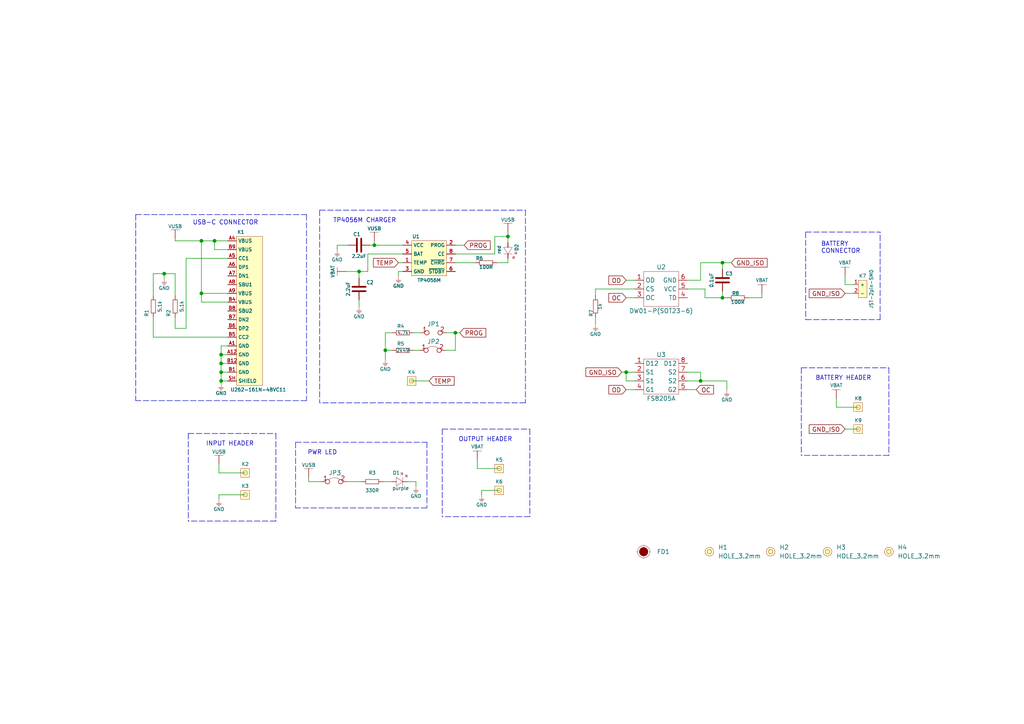
<source format=kicad_sch>
(kicad_sch (version 20210126) (generator eeschema)

  (paper "A4")

  (lib_symbols
    (symbol "e-radionica.com schematics:0402LED" (pin_numbers hide) (pin_names (offset 0.254) hide) (in_bom yes) (on_board yes)
      (property "Reference" "D" (id 0) (at -0.635 2.54 0)
        (effects (font (size 1 1)))
      )
      (property "Value" "0402LED" (id 1) (at 0 -2.54 0)
        (effects (font (size 1 1)))
      )
      (property "Footprint" "e-radionica.com footprinti:0402LED" (id 2) (at 0 5.08 0)
        (effects (font (size 1 1)) hide)
      )
      (property "Datasheet" "" (id 3) (at 0 0 0)
        (effects (font (size 1 1)) hide)
      )
      (symbol "0402LED_0_1"
        (polyline
          (pts
            (xy -0.635 1.27)
            (xy -0.635 -1.27)
            (xy 1.27 0)
          )
          (stroke (width 0.0006)) (fill (type none))
        )
        (polyline
          (pts
            (xy -0.635 1.27)
            (xy 1.27 0)
          )
          (stroke (width 0.0006)) (fill (type none))
        )
        (polyline
          (pts
            (xy 1.27 1.27)
            (xy 1.27 -1.27)
          )
          (stroke (width 0.0006)) (fill (type none))
        )
        (polyline
          (pts
            (xy 0.635 1.905)
            (xy 1.27 2.54)
          )
          (stroke (width 0.0006)) (fill (type none))
        )
        (polyline
          (pts
            (xy 1.905 1.27)
            (xy 2.54 1.905)
          )
          (stroke (width 0.0006)) (fill (type none))
        )
        (polyline
          (pts
            (xy 2.54 1.905)
            (xy 1.905 1.905)
            (xy 2.54 1.27)
            (xy 2.54 1.905)
          )
          (stroke (width 0.0006)) (fill (type none))
        )
        (polyline
          (pts
            (xy 1.27 2.54)
            (xy 0.635 2.54)
            (xy 1.27 1.905)
            (xy 1.27 2.54)
          )
          (stroke (width 0.0006)) (fill (type none))
        )
      )
      (symbol "0402LED_1_1"
        (pin passive line (at -1.905 0 0) (length 1.27)
          (name "A" (effects (font (size 1.27 1.27))))
          (number "1" (effects (font (size 1.27 1.27))))
        )
        (pin passive line (at 2.54 0 180) (length 1.27)
          (name "K" (effects (font (size 1.27 1.27))))
          (number "2" (effects (font (size 1.27 1.27))))
        )
      )
    )
    (symbol "e-radionica.com schematics:0402LED_1" (pin_numbers hide) (pin_names (offset 0.254) hide) (in_bom yes) (on_board yes)
      (property "Reference" "D" (id 0) (at -0.635 2.54 0)
        (effects (font (size 1 1)))
      )
      (property "Value" "0402LED" (id 1) (at 0 -2.54 0)
        (effects (font (size 1 1)))
      )
      (property "Footprint" "e-radionica.com footprinti:0402LED" (id 2) (at 0 5.08 0)
        (effects (font (size 1 1)) hide)
      )
      (property "Datasheet" "" (id 3) (at 0 0 0)
        (effects (font (size 1 1)) hide)
      )
      (symbol "0402LED_1_0_1"
        (polyline
          (pts
            (xy -0.635 1.27)
            (xy -0.635 -1.27)
            (xy 1.27 0)
          )
          (stroke (width 0.0006)) (fill (type none))
        )
        (polyline
          (pts
            (xy -0.635 1.27)
            (xy 1.27 0)
          )
          (stroke (width 0.0006)) (fill (type none))
        )
        (polyline
          (pts
            (xy 1.27 1.27)
            (xy 1.27 -1.27)
          )
          (stroke (width 0.0006)) (fill (type none))
        )
        (polyline
          (pts
            (xy 0.635 1.905)
            (xy 1.27 2.54)
          )
          (stroke (width 0.0006)) (fill (type none))
        )
        (polyline
          (pts
            (xy 1.905 1.27)
            (xy 2.54 1.905)
          )
          (stroke (width 0.0006)) (fill (type none))
        )
        (polyline
          (pts
            (xy 2.54 1.905)
            (xy 1.905 1.905)
            (xy 2.54 1.27)
            (xy 2.54 1.905)
          )
          (stroke (width 0.0006)) (fill (type none))
        )
        (polyline
          (pts
            (xy 1.27 2.54)
            (xy 0.635 2.54)
            (xy 1.27 1.905)
            (xy 1.27 2.54)
          )
          (stroke (width 0.0006)) (fill (type none))
        )
      )
      (symbol "0402LED_1_1_1"
        (pin passive line (at -1.905 0 0) (length 1.27)
          (name "A" (effects (font (size 1.27 1.27))))
          (number "1" (effects (font (size 1.27 1.27))))
        )
        (pin passive line (at 2.54 0 180) (length 1.27)
          (name "K" (effects (font (size 1.27 1.27))))
          (number "2" (effects (font (size 1.27 1.27))))
        )
      )
    )
    (symbol "e-radionica.com schematics:0402R" (pin_numbers hide) (pin_names (offset 0.254)) (in_bom yes) (on_board yes)
      (property "Reference" "R" (id 0) (at -1.905 1.27 0)
        (effects (font (size 1 1)))
      )
      (property "Value" "0402R" (id 1) (at 0 -1.27 0)
        (effects (font (size 1 1)))
      )
      (property "Footprint" "e-radionica.com footprinti:0402R" (id 2) (at -2.54 1.905 0)
        (effects (font (size 1 1)) hide)
      )
      (property "Datasheet" "" (id 3) (at -2.54 1.905 0)
        (effects (font (size 1 1)) hide)
      )
      (symbol "0402R_0_1"
        (rectangle (start -1.905 0.635) (end -1.8796 -0.635)
          (stroke (width 0.1)) (fill (type none))
        )
        (rectangle (start -1.905 0.635) (end 1.905 0.6096)
          (stroke (width 0.1)) (fill (type none))
        )
        (rectangle (start -1.905 -0.635) (end 1.905 -0.6604)
          (stroke (width 0.1)) (fill (type none))
        )
        (rectangle (start 1.905 0.635) (end 1.9304 -0.635)
          (stroke (width 0.1)) (fill (type none))
        )
      )
      (symbol "0402R_1_1"
        (pin passive line (at -3.175 0 0) (length 1.27)
          (name "~" (effects (font (size 1.27 1.27))))
          (number "1" (effects (font (size 1.27 1.27))))
        )
        (pin passive line (at 3.175 0 180) (length 1.27)
          (name "~" (effects (font (size 1.27 1.27))))
          (number "2" (effects (font (size 1.27 1.27))))
        )
      )
    )
    (symbol "e-radionica.com schematics:0603C" (pin_numbers hide) (pin_names (offset 0.002)) (in_bom yes) (on_board yes)
      (property "Reference" "C" (id 0) (at -0.635 3.175 0)
        (effects (font (size 1 1)))
      )
      (property "Value" "0603C" (id 1) (at 0 -3.175 0)
        (effects (font (size 1 1)))
      )
      (property "Footprint" "e-radionica.com footprinti:0603C" (id 2) (at 0 0 0)
        (effects (font (size 1 1)) hide)
      )
      (property "Datasheet" "" (id 3) (at 0 0 0)
        (effects (font (size 1 1)) hide)
      )
      (symbol "0603C_0_1"
        (polyline
          (pts
            (xy -0.635 1.905)
            (xy -0.635 -1.905)
          )
          (stroke (width 0.5)) (fill (type none))
        )
        (polyline
          (pts
            (xy 0.635 1.905)
            (xy 0.635 -1.905)
          )
          (stroke (width 0.5)) (fill (type none))
        )
      )
      (symbol "0603C_1_1"
        (pin passive line (at 3.175 0 180) (length 2.54)
          (name "~" (effects (font (size 1.27 1.27))))
          (number "2" (effects (font (size 1.27 1.27))))
        )
        (pin passive line (at -3.175 0 0) (length 2.54)
          (name "~" (effects (font (size 1.27 1.27))))
          (number "1" (effects (font (size 1.27 1.27))))
        )
      )
    )
    (symbol "e-radionica.com schematics:0603R" (pin_numbers hide) (pin_names (offset 0.254)) (in_bom yes) (on_board yes)
      (property "Reference" "R" (id 0) (at -1.905 1.905 0)
        (effects (font (size 1 1)))
      )
      (property "Value" "0603R" (id 1) (at 0 -1.905 0)
        (effects (font (size 1 1)))
      )
      (property "Footprint" "e-radionica.com footprinti:0603R" (id 2) (at -0.635 1.905 0)
        (effects (font (size 1 1)) hide)
      )
      (property "Datasheet" "" (id 3) (at -0.635 1.905 0)
        (effects (font (size 1 1)) hide)
      )
      (symbol "0603R_0_1"
        (rectangle (start -1.905 0.635) (end -1.8796 -0.635)
          (stroke (width 0.1)) (fill (type none))
        )
        (rectangle (start -1.905 0.635) (end 1.905 0.6096)
          (stroke (width 0.1)) (fill (type none))
        )
        (rectangle (start -1.905 -0.635) (end 1.905 -0.6604)
          (stroke (width 0.1)) (fill (type none))
        )
        (rectangle (start 1.905 0.635) (end 1.9304 -0.635)
          (stroke (width 0.1)) (fill (type none))
        )
      )
      (symbol "0603R_1_1"
        (pin passive line (at -3.175 0 0) (length 1.27)
          (name "~" (effects (font (size 1.27 1.27))))
          (number "1" (effects (font (size 1.27 1.27))))
        )
        (pin passive line (at 3.175 0 180) (length 1.27)
          (name "~" (effects (font (size 1.27 1.27))))
          (number "2" (effects (font (size 1.27 1.27))))
        )
      )
    )
    (symbol "e-radionica.com schematics:0603R_1" (pin_numbers hide) (pin_names (offset 0.254)) (in_bom yes) (on_board yes)
      (property "Reference" "R" (id 0) (at -1.905 1.905 0)
        (effects (font (size 1 1)))
      )
      (property "Value" "0603R" (id 1) (at 0 -1.905 0)
        (effects (font (size 1 1)))
      )
      (property "Footprint" "e-radionica.com footprinti:0603R" (id 2) (at -0.635 1.905 0)
        (effects (font (size 1 1)) hide)
      )
      (property "Datasheet" "" (id 3) (at -0.635 1.905 0)
        (effects (font (size 1 1)) hide)
      )
      (symbol "0603R_1_0_1"
        (rectangle (start -1.905 0.635) (end -1.8796 -0.635)
          (stroke (width 0.1)) (fill (type none))
        )
        (rectangle (start -1.905 0.635) (end 1.905 0.6096)
          (stroke (width 0.1)) (fill (type none))
        )
        (rectangle (start -1.905 -0.635) (end 1.905 -0.6604)
          (stroke (width 0.1)) (fill (type none))
        )
        (rectangle (start 1.905 0.635) (end 1.9304 -0.635)
          (stroke (width 0.1)) (fill (type none))
        )
      )
      (symbol "0603R_1_1_1"
        (pin passive line (at -3.175 0 0) (length 1.27)
          (name "~" (effects (font (size 1.27 1.27))))
          (number "1" (effects (font (size 1.27 1.27))))
        )
        (pin passive line (at 3.175 0 180) (length 1.27)
          (name "~" (effects (font (size 1.27 1.27))))
          (number "2" (effects (font (size 1.27 1.27))))
        )
      )
    )
    (symbol "e-radionica.com schematics:0603R_2" (pin_numbers hide) (pin_names (offset 0.254)) (in_bom yes) (on_board yes)
      (property "Reference" "R" (id 0) (at -1.905 1.905 0)
        (effects (font (size 1 1)))
      )
      (property "Value" "0603R" (id 1) (at 0 -1.905 0)
        (effects (font (size 1 1)))
      )
      (property "Footprint" "e-radionica.com footprinti:0603R" (id 2) (at -0.635 1.905 0)
        (effects (font (size 1 1)) hide)
      )
      (property "Datasheet" "" (id 3) (at -0.635 1.905 0)
        (effects (font (size 1 1)) hide)
      )
      (symbol "0603R_2_0_1"
        (rectangle (start -1.905 0.635) (end -1.8796 -0.635)
          (stroke (width 0.1)) (fill (type none))
        )
        (rectangle (start -1.905 0.635) (end 1.905 0.6096)
          (stroke (width 0.1)) (fill (type none))
        )
        (rectangle (start -1.905 -0.635) (end 1.905 -0.6604)
          (stroke (width 0.1)) (fill (type none))
        )
        (rectangle (start 1.905 0.635) (end 1.9304 -0.635)
          (stroke (width 0.1)) (fill (type none))
        )
      )
      (symbol "0603R_2_1_1"
        (pin passive line (at -3.175 0 0) (length 1.27)
          (name "~" (effects (font (size 1.27 1.27))))
          (number "1" (effects (font (size 1.27 1.27))))
        )
        (pin passive line (at 3.175 0 180) (length 1.27)
          (name "~" (effects (font (size 1.27 1.27))))
          (number "2" (effects (font (size 1.27 1.27))))
        )
      )
    )
    (symbol "e-radionica.com schematics:DW01-P(SOT23-6)" (in_bom yes) (on_board yes)
      (property "Reference" "U" (id 0) (at 0 8.89 0)
        (effects (font (size 1.27 1.27)))
      )
      (property "Value" "DW01-P(SOT23-6)" (id 1) (at 0 -7.62 0)
        (effects (font (size 1.27 1.27)))
      )
      (property "Footprint" "e-radionica.com footprinti:Sot23-6" (id 2) (at -1.27 12.7 0)
        (effects (font (size 1.27 1.27)) hide)
      )
      (property "Datasheet" "" (id 3) (at -8.89 0 0)
        (effects (font (size 1.27 1.27)) hide)
      )
      (symbol "DW01-P(SOT23-6)_0_1"
        (rectangle (start -5.08 5.08) (end 5.08 -5.08)
          (stroke (width 0.0006)) (fill (type none))
        )
      )
      (symbol "DW01-P(SOT23-6)_1_1"
        (pin passive line (at -7.62 2.54 0) (length 2.54)
          (name "OD" (effects (font (size 1.27 1.27))))
          (number "1" (effects (font (size 1.27 1.27))))
        )
        (pin passive line (at -7.62 0 0) (length 2.54)
          (name "CS" (effects (font (size 1.27 1.27))))
          (number "2" (effects (font (size 1.27 1.27))))
        )
        (pin passive line (at -7.62 -2.54 0) (length 2.54)
          (name "OC" (effects (font (size 1.27 1.27))))
          (number "3" (effects (font (size 1.27 1.27))))
        )
        (pin passive line (at 7.62 -2.54 180) (length 2.54)
          (name "TD" (effects (font (size 1.27 1.27))))
          (number "4" (effects (font (size 1.27 1.27))))
        )
        (pin passive line (at 7.62 0 180) (length 2.54)
          (name "VCC" (effects (font (size 1.27 1.27))))
          (number "5" (effects (font (size 1.27 1.27))))
        )
        (pin passive line (at 7.62 2.54 180) (length 2.54)
          (name "GND" (effects (font (size 1.27 1.27))))
          (number "6" (effects (font (size 1.27 1.27))))
        )
      )
    )
    (symbol "e-radionica.com schematics:FS8205A" (in_bom yes) (on_board yes)
      (property "Reference" "U" (id 0) (at 0 7.62 0)
        (effects (font (size 1.27 1.27)))
      )
      (property "Value" "FS8205A" (id 1) (at 0 -6.35 0)
        (effects (font (size 1.27 1.27)))
      )
      (property "Footprint" "e-radionica.com footprinti:TSSOP8" (id 2) (at -5.08 0 0)
        (effects (font (size 1.27 1.27)) hide)
      )
      (property "Datasheet" "" (id 3) (at -5.08 0 0)
        (effects (font (size 1.27 1.27)) hide)
      )
      (symbol "FS8205A_0_1"
        (rectangle (start -5.08 5.08) (end 5.08 -5.08)
          (stroke (width 0.0006)) (fill (type none))
        )
      )
      (symbol "FS8205A_1_1"
        (pin passive line (at -7.62 1.27 0) (length 2.54)
          (name "S1" (effects (font (size 1.27 1.27))))
          (number "2" (effects (font (size 1.27 1.27))))
        )
        (pin passive line (at -7.62 -1.27 0) (length 2.54)
          (name "S1" (effects (font (size 1.27 1.27))))
          (number "3" (effects (font (size 1.27 1.27))))
        )
        (pin passive line (at -7.62 3.81 0) (length 2.54)
          (name "D12" (effects (font (size 1.27 1.27))))
          (number "1" (effects (font (size 1.27 1.27))))
        )
        (pin passive line (at -7.62 -3.81 0) (length 2.54)
          (name "G1" (effects (font (size 1.27 1.27))))
          (number "4" (effects (font (size 1.27 1.27))))
        )
        (pin passive line (at 7.62 -1.27 180) (length 2.54)
          (name "S2" (effects (font (size 1.27 1.27))))
          (number "6" (effects (font (size 1.27 1.27))))
        )
        (pin passive line (at 7.62 1.27 180) (length 2.54)
          (name "S2" (effects (font (size 1.27 1.27))))
          (number "7" (effects (font (size 1.27 1.27))))
        )
        (pin passive line (at 7.62 -3.81 180) (length 2.54)
          (name "G2" (effects (font (size 1.27 1.27))))
          (number "5" (effects (font (size 1.27 1.27))))
        )
        (pin passive line (at 7.62 3.81 180) (length 2.54)
          (name "D12" (effects (font (size 1.27 1.27))))
          (number "8" (effects (font (size 1.27 1.27))))
        )
      )
    )
    (symbol "e-radionica.com schematics:Fiducial_Stencil" (pin_numbers hide) (pin_names hide) (in_bom yes) (on_board yes)
      (property "Reference" "FD?" (id 0) (at 0 3.048 0)
        (effects (font (size 1.27 1.27)))
      )
      (property "Value" "Fiducial_Stencil" (id 1) (at 0 -2.794 0)
        (effects (font (size 1.27 1.27)) hide)
      )
      (property "Footprint" "e-radionica.com footprinti:FIDUCIAL_1MM_PASTE" (id 2) (at 0 -6.35 0)
        (effects (font (size 1.27 1.27)) hide)
      )
      (property "Datasheet" "" (id 3) (at 0 0 0)
        (effects (font (size 1.27 1.27)) hide)
      )
      (symbol "Fiducial_Stencil_0_1"
        (circle (center 0 0) (radius 1.7961) (stroke (width 0.0006)) (fill (type none)))
        (circle (center 0 0) (radius 1.27) (stroke (width 0.001)) (fill (type outline)))
        (polyline
          (pts
            (xy 1.778 0)
            (xy 2.032 0)
          )
          (stroke (width 0.0006)) (fill (type none))
        )
        (polyline
          (pts
            (xy 0 1.778)
            (xy 0 2.032)
          )
          (stroke (width 0.0006)) (fill (type none))
        )
        (polyline
          (pts
            (xy -1.778 0)
            (xy -2.032 0)
          )
          (stroke (width 0.0006)) (fill (type none))
        )
        (polyline
          (pts
            (xy 0 -1.778)
            (xy 0 -2.032)
          )
          (stroke (width 0.0006)) (fill (type none))
        )
      )
    )
    (symbol "e-radionica.com schematics:GND" (power) (pin_names (offset 0)) (in_bom yes) (on_board yes)
      (property "Reference" "#PWR" (id 0) (at 4.445 0 0)
        (effects (font (size 1 1)) hide)
      )
      (property "Value" "GND" (id 1) (at 0 -2.921 0)
        (effects (font (size 1 1)))
      )
      (property "Footprint" "" (id 2) (at 4.445 3.81 0)
        (effects (font (size 1 1)) hide)
      )
      (property "Datasheet" "" (id 3) (at 4.445 3.81 0)
        (effects (font (size 1 1)) hide)
      )
      (property "ki_keywords" "power-flag" (id 4) (at 0 0 0)
        (effects (font (size 1.27 1.27)) hide)
      )
      (property "ki_description" "Power symbol creates a global label with name \"+3V3\"" (id 5) (at 0 0 0)
        (effects (font (size 1.27 1.27)) hide)
      )
      (symbol "GND_0_1"
        (polyline
          (pts
            (xy 0 0)
            (xy 0 -1.27)
          )
          (stroke (width 0.0006)) (fill (type none))
        )
        (polyline
          (pts
            (xy -0.762 -1.27)
            (xy 0.762 -1.27)
          )
          (stroke (width 0.0006)) (fill (type none))
        )
        (polyline
          (pts
            (xy -0.381 -1.778)
            (xy 0.381 -1.778)
          )
          (stroke (width 0.0006)) (fill (type none))
        )
        (polyline
          (pts
            (xy -0.127 -2.032)
            (xy 0.127 -2.032)
          )
          (stroke (width 0.0006)) (fill (type none))
        )
        (polyline
          (pts
            (xy -0.635 -1.524)
            (xy 0.635 -1.524)
          )
          (stroke (width 0.0006)) (fill (type none))
        )
      )
      (symbol "GND_1_1"
        (pin power_in line (at 0 0 270) (length 0) hide
          (name "GND" (effects (font (size 1.27 1.27))))
          (number "1" (effects (font (size 1.27 1.27))))
        )
      )
    )
    (symbol "e-radionica.com schematics:GND_1" (power) (pin_names (offset 0)) (in_bom yes) (on_board yes)
      (property "Reference" "#PWR" (id 0) (at 4.445 0 0)
        (effects (font (size 1 1)) hide)
      )
      (property "Value" "GND" (id 1) (at 0 -2.921 0)
        (effects (font (size 1 1)))
      )
      (property "Footprint" "" (id 2) (at 4.445 3.81 0)
        (effects (font (size 1 1)) hide)
      )
      (property "Datasheet" "" (id 3) (at 4.445 3.81 0)
        (effects (font (size 1 1)) hide)
      )
      (property "ki_keywords" "power-flag" (id 4) (at 0 0 0)
        (effects (font (size 1.27 1.27)) hide)
      )
      (property "ki_description" "Power symbol creates a global label with name \"+3V3\"" (id 5) (at 0 0 0)
        (effects (font (size 1.27 1.27)) hide)
      )
      (symbol "GND_1_0_1"
        (polyline
          (pts
            (xy 0 0)
            (xy 0 -1.27)
          )
          (stroke (width 0.0006)) (fill (type none))
        )
        (polyline
          (pts
            (xy -0.762 -1.27)
            (xy 0.762 -1.27)
          )
          (stroke (width 0.0006)) (fill (type none))
        )
        (polyline
          (pts
            (xy -0.381 -1.778)
            (xy 0.381 -1.778)
          )
          (stroke (width 0.0006)) (fill (type none))
        )
        (polyline
          (pts
            (xy -0.127 -2.032)
            (xy 0.127 -2.032)
          )
          (stroke (width 0.0006)) (fill (type none))
        )
        (polyline
          (pts
            (xy -0.635 -1.524)
            (xy 0.635 -1.524)
          )
          (stroke (width 0.0006)) (fill (type none))
        )
      )
      (symbol "GND_1_1_1"
        (pin power_in line (at 0 0 270) (length 0) hide
          (name "GND" (effects (font (size 1.27 1.27))))
          (number "1" (effects (font (size 1.27 1.27))))
        )
      )
    )
    (symbol "e-radionica.com schematics:GND_3" (power) (pin_names (offset 0)) (in_bom yes) (on_board yes)
      (property "Reference" "#PWR" (id 0) (at 4.445 0 0)
        (effects (font (size 1 1)) hide)
      )
      (property "Value" "GND" (id 1) (at 0 -2.921 0)
        (effects (font (size 1 1)))
      )
      (property "Footprint" "" (id 2) (at 4.445 3.81 0)
        (effects (font (size 1 1)) hide)
      )
      (property "Datasheet" "" (id 3) (at 4.445 3.81 0)
        (effects (font (size 1 1)) hide)
      )
      (property "ki_keywords" "power-flag" (id 4) (at 0 0 0)
        (effects (font (size 1.27 1.27)) hide)
      )
      (property "ki_description" "Power symbol creates a global label with name \"+3V3\"" (id 5) (at 0 0 0)
        (effects (font (size 1.27 1.27)) hide)
      )
      (symbol "GND_3_0_1"
        (polyline
          (pts
            (xy 0 0)
            (xy 0 -1.27)
          )
          (stroke (width 0.0006)) (fill (type none))
        )
        (polyline
          (pts
            (xy -0.762 -1.27)
            (xy 0.762 -1.27)
          )
          (stroke (width 0.0006)) (fill (type none))
        )
        (polyline
          (pts
            (xy -0.381 -1.778)
            (xy 0.381 -1.778)
          )
          (stroke (width 0.0006)) (fill (type none))
        )
        (polyline
          (pts
            (xy -0.127 -2.032)
            (xy 0.127 -2.032)
          )
          (stroke (width 0.0006)) (fill (type none))
        )
        (polyline
          (pts
            (xy -0.635 -1.524)
            (xy 0.635 -1.524)
          )
          (stroke (width 0.0006)) (fill (type none))
        )
      )
      (symbol "GND_3_1_1"
        (pin power_in line (at 0 0 270) (length 0) hide
          (name "GND" (effects (font (size 1.27 1.27))))
          (number "1" (effects (font (size 1.27 1.27))))
        )
      )
    )
    (symbol "e-radionica.com schematics:GND_5" (power) (pin_names (offset 0)) (in_bom yes) (on_board yes)
      (property "Reference" "#PWR" (id 0) (at 4.445 0 0)
        (effects (font (size 1 1)) hide)
      )
      (property "Value" "GND" (id 1) (at 0 -2.921 0)
        (effects (font (size 1 1)))
      )
      (property "Footprint" "" (id 2) (at 4.445 3.81 0)
        (effects (font (size 1 1)) hide)
      )
      (property "Datasheet" "" (id 3) (at 4.445 3.81 0)
        (effects (font (size 1 1)) hide)
      )
      (property "ki_keywords" "power-flag" (id 4) (at 0 0 0)
        (effects (font (size 1.27 1.27)) hide)
      )
      (property "ki_description" "Power symbol creates a global label with name \"+3V3\"" (id 5) (at 0 0 0)
        (effects (font (size 1.27 1.27)) hide)
      )
      (symbol "GND_5_0_1"
        (polyline
          (pts
            (xy 0 0)
            (xy 0 -1.27)
          )
          (stroke (width 0.0006)) (fill (type none))
        )
        (polyline
          (pts
            (xy -0.762 -1.27)
            (xy 0.762 -1.27)
          )
          (stroke (width 0.0006)) (fill (type none))
        )
        (polyline
          (pts
            (xy -0.381 -1.778)
            (xy 0.381 -1.778)
          )
          (stroke (width 0.0006)) (fill (type none))
        )
        (polyline
          (pts
            (xy -0.127 -2.032)
            (xy 0.127 -2.032)
          )
          (stroke (width 0.0006)) (fill (type none))
        )
        (polyline
          (pts
            (xy -0.635 -1.524)
            (xy 0.635 -1.524)
          )
          (stroke (width 0.0006)) (fill (type none))
        )
      )
      (symbol "GND_5_1_1"
        (pin power_in line (at 0 0 270) (length 0) hide
          (name "GND" (effects (font (size 1.27 1.27))))
          (number "1" (effects (font (size 1.27 1.27))))
        )
      )
    )
    (symbol "e-radionica.com schematics:GND_8" (power) (pin_names (offset 0)) (in_bom yes) (on_board yes)
      (property "Reference" "#PWR" (id 0) (at 4.445 0 0)
        (effects (font (size 1 1)) hide)
      )
      (property "Value" "GND" (id 1) (at 0 -2.921 0)
        (effects (font (size 1 1)))
      )
      (property "Footprint" "" (id 2) (at 4.445 3.81 0)
        (effects (font (size 1 1)) hide)
      )
      (property "Datasheet" "" (id 3) (at 4.445 3.81 0)
        (effects (font (size 1 1)) hide)
      )
      (property "ki_keywords" "power-flag" (id 4) (at 0 0 0)
        (effects (font (size 1.27 1.27)) hide)
      )
      (property "ki_description" "Power symbol creates a global label with name \"+3V3\"" (id 5) (at 0 0 0)
        (effects (font (size 1.27 1.27)) hide)
      )
      (symbol "GND_8_0_1"
        (polyline
          (pts
            (xy 0 0)
            (xy 0 -1.27)
          )
          (stroke (width 0.0006)) (fill (type none))
        )
        (polyline
          (pts
            (xy -0.762 -1.27)
            (xy 0.762 -1.27)
          )
          (stroke (width 0.0006)) (fill (type none))
        )
        (polyline
          (pts
            (xy -0.381 -1.778)
            (xy 0.381 -1.778)
          )
          (stroke (width 0.0006)) (fill (type none))
        )
        (polyline
          (pts
            (xy -0.127 -2.032)
            (xy 0.127 -2.032)
          )
          (stroke (width 0.0006)) (fill (type none))
        )
        (polyline
          (pts
            (xy -0.635 -1.524)
            (xy 0.635 -1.524)
          )
          (stroke (width 0.0006)) (fill (type none))
        )
      )
      (symbol "GND_8_1_1"
        (pin power_in line (at 0 0 270) (length 0) hide
          (name "GND" (effects (font (size 1.27 1.27))))
          (number "1" (effects (font (size 1.27 1.27))))
        )
      )
    )
    (symbol "e-radionica.com schematics:HEADER_MALE_1X1" (pin_numbers hide) (pin_names hide) (in_bom yes) (on_board yes)
      (property "Reference" "K" (id 0) (at -0.635 2.54 0)
        (effects (font (size 1 1)))
      )
      (property "Value" "HEADER_MALE_1X1" (id 1) (at 0 -2.54 0)
        (effects (font (size 1 1)))
      )
      (property "Footprint" "e-radionica.com footprinti:HEADER_MALE_1X1" (id 2) (at 0 0 0)
        (effects (font (size 1 1)) hide)
      )
      (property "Datasheet" "" (id 3) (at 0 0 0)
        (effects (font (size 1 1)) hide)
      )
      (symbol "HEADER_MALE_1X1_0_1"
        (circle (center 0 0) (radius 0.635) (stroke (width 0.0006)) (fill (type none)))
        (rectangle (start -1.27 1.27) (end 1.27 -1.27)
          (stroke (width 0.001)) (fill (type background))
        )
      )
      (symbol "HEADER_MALE_1X1_1_1"
        (pin passive line (at 0 0 180) (length 0)
          (name "~" (effects (font (size 1 1))))
          (number "1" (effects (font (size 1 1))))
        )
      )
    )
    (symbol "e-radionica.com schematics:HOLE_3.2mm" (pin_numbers hide) (pin_names hide) (in_bom yes) (on_board yes)
      (property "Reference" "H" (id 0) (at 0 2.54 0)
        (effects (font (size 1.27 1.27)))
      )
      (property "Value" "HOLE_3.2mm" (id 1) (at 0 -2.54 0)
        (effects (font (size 1.27 1.27)))
      )
      (property "Footprint" "e-radionica.com footprinti:HOLE_3.2mm" (id 2) (at 0 0 0)
        (effects (font (size 1.27 1.27)) hide)
      )
      (property "Datasheet" "" (id 3) (at 0 0 0)
        (effects (font (size 1.27 1.27)) hide)
      )
      (symbol "HOLE_3.2mm_0_1"
        (circle (center 0 0) (radius 1.27) (stroke (width 0.001)) (fill (type background)))
        (circle (center 0 0) (radius 0.635) (stroke (width 0.0006)) (fill (type none)))
      )
    )
    (symbol "e-radionica.com schematics:JST-2pin-SMD" (in_bom yes) (on_board yes)
      (property "Reference" "K" (id 0) (at -1.27 5.08 0)
        (effects (font (size 1 1)))
      )
      (property "Value" "JST-2pin-SMD" (id 1) (at 0 -2.54 0)
        (effects (font (size 1 1)))
      )
      (property "Footprint" "e-radionica.com footprinti:JST-2pin-SMD" (id 2) (at 0 0 0)
        (effects (font (size 1 1)) hide)
      )
      (property "Datasheet" "" (id 3) (at 0 0 0)
        (effects (font (size 1 1)) hide)
      )
      (symbol "JST-2pin-SMD_0_1"
        (rectangle (start -2.54 3.81) (end 0 -1.27)
          (stroke (width 0.001)) (fill (type background))
        )
      )
      (symbol "JST-2pin-SMD_1_1"
        (pin passive line (at 1.27 0 180) (length 1.27)
          (name "+" (effects (font (size 1 1))))
          (number "1" (effects (font (size 1 1))))
        )
        (pin passive line (at 1.27 2.54 180) (length 1.27)
          (name "-" (effects (font (size 1 1))))
          (number "2" (effects (font (size 1 1))))
        )
      )
    )
    (symbol "e-radionica.com schematics:SMD-JUMPER-CONNECTED" (in_bom yes) (on_board yes)
      (property "Reference" "JP" (id 0) (at 0 3.556 0)
        (effects (font (size 1.27 1.27)))
      )
      (property "Value" "SMD-JUMPER-CONNECTED" (id 1) (at 0 -2.54 0)
        (effects (font (size 1.27 1.27)))
      )
      (property "Footprint" "e-radionica.com footprinti:SMD_JUMPER_CONNECTED" (id 2) (at 0 0 0)
        (effects (font (size 1.27 1.27)) hide)
      )
      (property "Datasheet" "" (id 3) (at 0 0 0)
        (effects (font (size 1.27 1.27)) hide)
      )
      (symbol "SMD-JUMPER-CONNECTED_0_1"
        (arc (start -1.8034 0.5588) (end 1.397 0.5842) (radius (at -0.1875 -1.4124) (length 2.5489) (angles 129.3 51.6))
          (stroke (width 0.0006)) (fill (type none))
        )
      )
      (symbol "SMD-JUMPER-CONNECTED_1_1"
        (pin passive inverted (at -4.064 0 0) (length 2.54)
          (name "" (effects (font (size 1.27 1.27))))
          (number "1" (effects (font (size 1.27 1.27))))
        )
        (pin passive inverted (at 3.556 0 180) (length 2.54)
          (name "" (effects (font (size 1.27 1.27))))
          (number "2" (effects (font (size 1.27 1.27))))
        )
      )
    )
    (symbol "e-radionica.com schematics:SMD-JUMPER-CONNECTED_TRACE_NOSLODERMASK" (in_bom yes) (on_board yes)
      (property "Reference" "JP" (id 0) (at 0 3.556 0)
        (effects (font (size 1.27 1.27)))
      )
      (property "Value" "SMD-JUMPER-CONNECTED_TRACE_NOSLODERMASK" (id 1) (at 0 -2.54 0)
        (effects (font (size 1.27 1.27)))
      )
      (property "Footprint" "e-radionica.com footprinti:SMD-JUMPER-CONNECTED_TRACE_NOSLODERMASK" (id 2) (at 0 0 0)
        (effects (font (size 1.27 1.27)) hide)
      )
      (property "Datasheet" "" (id 3) (at 0 0 0)
        (effects (font (size 1.27 1.27)) hide)
      )
      (symbol "SMD-JUMPER-CONNECTED_TRACE_NOSLODERMASK_0_1"
        (arc (start -1.8034 0.5588) (end 1.397 0.5842) (radius (at -0.1875 -1.4124) (length 2.5489) (angles 129.3 51.6))
          (stroke (width 0.0006)) (fill (type none))
        )
      )
      (symbol "SMD-JUMPER-CONNECTED_TRACE_NOSLODERMASK_1_1"
        (pin passive inverted (at -4.064 0 0) (length 2.54)
          (name "" (effects (font (size 1.27 1.27))))
          (number "1" (effects (font (size 1.27 1.27))))
        )
        (pin passive inverted (at 3.556 0 180) (length 2.54)
          (name "" (effects (font (size 1.27 1.27))))
          (number "2" (effects (font (size 1.27 1.27))))
        )
      )
    )
    (symbol "e-radionica.com schematics:SMD_JUMPER" (in_bom yes) (on_board yes)
      (property "Reference" "JP" (id 0) (at 0 1.397 0)
        (effects (font (size 1.27 1.27)))
      )
      (property "Value" "SMD_JUMPER" (id 1) (at 0.508 -3.048 0)
        (effects (font (size 1.27 1.27)))
      )
      (property "Footprint" "e-radionica.com footprinti:SMD_JUMPER" (id 2) (at 0 0 0)
        (effects (font (size 1.27 1.27)) hide)
      )
      (property "Datasheet" "" (id 3) (at 0 0 0)
        (effects (font (size 1.27 1.27)) hide)
      )
      (symbol "SMD_JUMPER_1_1"
        (pin passive inverted (at -3.81 0 0) (length 2.54)
          (name "" (effects (font (size 1.27 1.27))))
          (number "1" (effects (font (size 1.27 1.27))))
        )
        (pin passive inverted (at 3.81 0 180) (length 2.54)
          (name "" (effects (font (size 1.27 1.27))))
          (number "2" (effects (font (size 1.27 1.27))))
        )
      )
    )
    (symbol "e-radionica.com schematics:TP4056M" (in_bom yes) (on_board yes)
      (property "Reference" "U" (id 0) (at -3.81 5.08 0)
        (effects (font (size 1 1)))
      )
      (property "Value" "TP4056M" (id 1) (at 0 -7.62 0)
        (effects (font (size 1 1)))
      )
      (property "Footprint" "e-radionica.com footprinti:TP4056M-MSOP8" (id 2) (at 0 0 0)
        (effects (font (size 1 1)) hide)
      )
      (property "Datasheet" "" (id 3) (at 0 0 0)
        (effects (font (size 1 1)) hide)
      )
      (symbol "TP4056M_0_1"
        (rectangle (start -5.08 3.81) (end 5.08 -6.35)
          (stroke (width 0.001)) (fill (type background))
        )
      )
      (symbol "TP4056M_1_1"
        (pin passive line (at -7.62 2.54 0) (length 2.54)
          (name "VCC" (effects (font (size 1 1))))
          (number "4" (effects (font (size 1 1))))
        )
        (pin passive line (at -7.62 0 0) (length 2.54)
          (name "BAT" (effects (font (size 1 1))))
          (number "5" (effects (font (size 1 1))))
        )
        (pin passive line (at -7.62 -2.54 0) (length 2.54)
          (name "TEMP" (effects (font (size 1 1))))
          (number "1" (effects (font (size 1 1))))
        )
        (pin passive line (at -7.62 -5.08 0) (length 2.54)
          (name "GND" (effects (font (size 1 1))))
          (number "3" (effects (font (size 1 1))))
        )
        (pin passive line (at 7.62 -5.08 180) (length 2.54)
          (name "~STDBY" (effects (font (size 1 1))))
          (number "6" (effects (font (size 1 1))))
        )
        (pin passive line (at 7.62 -2.54 180) (length 2.54)
          (name "~CHRG" (effects (font (size 1 1))))
          (number "7" (effects (font (size 1 1))))
        )
        (pin passive line (at 7.62 0 180) (length 2.54)
          (name "CE" (effects (font (size 1 1))))
          (number "8" (effects (font (size 1 1))))
        )
        (pin passive line (at 7.62 2.54 180) (length 2.54)
          (name "PROG" (effects (font (size 1 1))))
          (number "2" (effects (font (size 1 1))))
        )
      )
    )
    (symbol "e-radionica.com schematics:U262-161N-4BVC11" (in_bom yes) (on_board yes)
      (property "Reference" "K" (id 0) (at 0 22.86 0)
        (effects (font (size 1 1)))
      )
      (property "Value" "U262-161N-4BVC11" (id 1) (at 2.54 -22.86 0)
        (effects (font (size 1 1)))
      )
      (property "Footprint" "e-radionica.com footprinti:U262-161N-4BVC11" (id 2) (at 1.27 -3.81 0)
        (effects (font (size 1 1)) hide)
      )
      (property "Datasheet" "" (id 3) (at 1.27 -3.81 0)
        (effects (font (size 1 1)) hide)
      )
      (property "ki_keywords" "USBC USB-C USB" (id 4) (at 0 0 0)
        (effects (font (size 1.27 1.27)) hide)
      )
      (symbol "U262-161N-4BVC11_0_1"
        (rectangle (start -1.27 21.59) (end 6.35 -21.59)
          (stroke (width 0.001)) (fill (type background))
        )
      )
      (symbol "U262-161N-4BVC11_1_1"
        (pin passive line (at -3.81 20.32 0) (length 2.54)
          (name "VBUS" (effects (font (size 1 1))))
          (number "A4" (effects (font (size 1 1))))
        )
        (pin passive line (at -3.81 17.78 0) (length 2.54)
          (name "VBUS" (effects (font (size 1 1))))
          (number "B9" (effects (font (size 1 1))))
        )
        (pin passive line (at -3.81 15.24 0) (length 2.54)
          (name "CC1" (effects (font (size 1 1))))
          (number "A5" (effects (font (size 1 1))))
        )
        (pin passive line (at -3.81 12.7 0) (length 2.54)
          (name "DP1" (effects (font (size 1 1))))
          (number "A6" (effects (font (size 1 1))))
        )
        (pin passive line (at -3.81 10.16 0) (length 2.54)
          (name "DN1" (effects (font (size 1 1))))
          (number "A7" (effects (font (size 1 1))))
        )
        (pin passive line (at -3.81 7.62 0) (length 2.54)
          (name "SBU1" (effects (font (size 1 1))))
          (number "A8" (effects (font (size 1 1))))
        )
        (pin passive line (at -3.81 5.08 0) (length 2.54)
          (name "VBUS" (effects (font (size 1 1))))
          (number "A9" (effects (font (size 1 1))))
        )
        (pin passive line (at -3.81 2.54 0) (length 2.54)
          (name "VBUS" (effects (font (size 1 1))))
          (number "B4" (effects (font (size 1 1))))
        )
        (pin passive line (at -3.81 0 0) (length 2.54)
          (name "SBU2" (effects (font (size 1 1))))
          (number "B8" (effects (font (size 1 1))))
        )
        (pin passive line (at -3.81 -2.54 0) (length 2.54)
          (name "DN2" (effects (font (size 1 1))))
          (number "B7" (effects (font (size 1 1))))
        )
        (pin passive line (at -3.81 -5.08 0) (length 2.54)
          (name "DP2" (effects (font (size 1 1))))
          (number "B6" (effects (font (size 1 1))))
        )
        (pin passive line (at -3.81 -7.62 0) (length 2.54)
          (name "CC2" (effects (font (size 1 1))))
          (number "B5" (effects (font (size 1 1))))
        )
        (pin passive line (at -3.81 -10.16 0) (length 2.54)
          (name "GND" (effects (font (size 1 1))))
          (number "A1" (effects (font (size 1 1))))
        )
        (pin passive line (at -3.81 -12.7 0) (length 2.54)
          (name "GND" (effects (font (size 1 1))))
          (number "A12" (effects (font (size 1 1))))
        )
        (pin passive line (at -3.81 -15.24 0) (length 2.54)
          (name "GND" (effects (font (size 1 1))))
          (number "B12" (effects (font (size 1 1))))
        )
        (pin passive line (at -3.81 -17.78 0) (length 2.54)
          (name "GND" (effects (font (size 1 1))))
          (number "B1" (effects (font (size 1 1))))
        )
        (pin passive line (at -3.81 -20.32 0) (length 2.54)
          (name "SHIELD" (effects (font (size 1 1))))
          (number "SH" (effects (font (size 1 1))))
        )
      )
    )
    (symbol "e-radionica.com schematics:VBAT" (power) (pin_names (offset 0)) (in_bom yes) (on_board yes)
      (property "Reference" "#PWR" (id 0) (at 4.445 0 0)
        (effects (font (size 1 1)) hide)
      )
      (property "Value" "VBAT" (id 1) (at 0 3.556 0)
        (effects (font (size 1 1)))
      )
      (property "Footprint" "" (id 2) (at 4.445 3.81 0)
        (effects (font (size 1 1)) hide)
      )
      (property "Datasheet" "" (id 3) (at 4.445 3.81 0)
        (effects (font (size 1 1)) hide)
      )
      (property "ki_keywords" "power-flag" (id 4) (at 0 0 0)
        (effects (font (size 1.27 1.27)) hide)
      )
      (property "ki_description" "Power symbol creates a global label with name \"+3V3\"" (id 5) (at 0 0 0)
        (effects (font (size 1.27 1.27)) hide)
      )
      (symbol "VBAT_0_1"
        (polyline
          (pts
            (xy 0 0)
            (xy 0 2.54)
          )
          (stroke (width 0)) (fill (type none))
        )
        (polyline
          (pts
            (xy -1.27 2.54)
            (xy 1.27 2.54)
          )
          (stroke (width 0.0006)) (fill (type none))
        )
      )
      (symbol "VBAT_1_1"
        (pin power_in line (at 0 0 90) (length 0) hide
          (name "VBAT" (effects (font (size 1.27 1.27))))
          (number "1" (effects (font (size 1.27 1.27))))
        )
      )
    )
    (symbol "e-radionica.com schematics:VUSB" (power) (pin_names (offset 0)) (in_bom yes) (on_board yes)
      (property "Reference" "#PWR" (id 0) (at 4.445 0 0)
        (effects (font (size 1 1)) hide)
      )
      (property "Value" "VUSB" (id 1) (at 0 3.556 0)
        (effects (font (size 1 1)))
      )
      (property "Footprint" "" (id 2) (at 4.445 3.81 0)
        (effects (font (size 1 1)) hide)
      )
      (property "Datasheet" "" (id 3) (at 4.445 3.81 0)
        (effects (font (size 1 1)) hide)
      )
      (property "ki_keywords" "power-flag" (id 4) (at 0 0 0)
        (effects (font (size 1.27 1.27)) hide)
      )
      (property "ki_description" "Power symbol creates a global label with name \"+3V3\"" (id 5) (at 0 0 0)
        (effects (font (size 1.27 1.27)) hide)
      )
      (symbol "VUSB_0_1"
        (polyline
          (pts
            (xy 0 0)
            (xy 0 2.54)
          )
          (stroke (width 0)) (fill (type none))
        )
        (polyline
          (pts
            (xy -1.27 2.54)
            (xy 1.27 2.54)
          )
          (stroke (width 0.0006)) (fill (type none))
        )
      )
      (symbol "VUSB_1_1"
        (pin power_in line (at 0 0 90) (length 0) hide
          (name "VUSB" (effects (font (size 1.27 1.27))))
          (number "1" (effects (font (size 1.27 1.27))))
        )
      )
    )
    (symbol "e-radionica.com schematics:VUSB_2" (power) (pin_names (offset 0)) (in_bom yes) (on_board yes)
      (property "Reference" "#PWR" (id 0) (at 4.445 0 0)
        (effects (font (size 1 1)) hide)
      )
      (property "Value" "VUSB" (id 1) (at 0 3.556 0)
        (effects (font (size 1 1)))
      )
      (property "Footprint" "" (id 2) (at 4.445 3.81 0)
        (effects (font (size 1 1)) hide)
      )
      (property "Datasheet" "" (id 3) (at 4.445 3.81 0)
        (effects (font (size 1 1)) hide)
      )
      (property "ki_keywords" "power-flag" (id 4) (at 0 0 0)
        (effects (font (size 1.27 1.27)) hide)
      )
      (property "ki_description" "Power symbol creates a global label with name \"+3V3\"" (id 5) (at 0 0 0)
        (effects (font (size 1.27 1.27)) hide)
      )
      (symbol "VUSB_2_0_1"
        (polyline
          (pts
            (xy 0 0)
            (xy 0 2.54)
          )
          (stroke (width 0)) (fill (type none))
        )
        (polyline
          (pts
            (xy -1.27 2.54)
            (xy 1.27 2.54)
          )
          (stroke (width 0.0006)) (fill (type none))
        )
      )
      (symbol "VUSB_2_1_1"
        (pin power_in line (at 0 0 90) (length 0) hide
          (name "VUSB" (effects (font (size 1.27 1.27))))
          (number "1" (effects (font (size 1.27 1.27))))
        )
      )
    )
    (symbol "e-radionica.com schematics:VUSB_4" (power) (pin_names (offset 0)) (in_bom yes) (on_board yes)
      (property "Reference" "#PWR" (id 0) (at 4.445 0 0)
        (effects (font (size 1 1)) hide)
      )
      (property "Value" "VUSB" (id 1) (at 0 3.556 0)
        (effects (font (size 1 1)))
      )
      (property "Footprint" "" (id 2) (at 4.445 3.81 0)
        (effects (font (size 1 1)) hide)
      )
      (property "Datasheet" "" (id 3) (at 4.445 3.81 0)
        (effects (font (size 1 1)) hide)
      )
      (property "ki_keywords" "power-flag" (id 4) (at 0 0 0)
        (effects (font (size 1.27 1.27)) hide)
      )
      (property "ki_description" "Power symbol creates a global label with name \"+3V3\"" (id 5) (at 0 0 0)
        (effects (font (size 1.27 1.27)) hide)
      )
      (symbol "VUSB_4_0_1"
        (polyline
          (pts
            (xy 0 0)
            (xy 0 2.54)
          )
          (stroke (width 0)) (fill (type none))
        )
        (polyline
          (pts
            (xy -1.27 2.54)
            (xy 1.27 2.54)
          )
          (stroke (width 0.0006)) (fill (type none))
        )
      )
      (symbol "VUSB_4_1_1"
        (pin power_in line (at 0 0 90) (length 0) hide
          (name "VUSB" (effects (font (size 1.27 1.27))))
          (number "1" (effects (font (size 1.27 1.27))))
        )
      )
    )
  )

  (junction (at 47.625 79.375) (diameter 0.9144) (color 0 0 0 0))
  (junction (at 58.42 69.85) (diameter 0.9144) (color 0 0 0 0))
  (junction (at 58.42 85.09) (diameter 0.9144) (color 0 0 0 0))
  (junction (at 62.23 69.85) (diameter 0.9144) (color 0 0 0 0))
  (junction (at 64.135 102.87) (diameter 0.9144) (color 0 0 0 0))
  (junction (at 64.135 105.41) (diameter 0.9144) (color 0 0 0 0))
  (junction (at 64.135 107.95) (diameter 0.9144) (color 0 0 0 0))
  (junction (at 64.135 110.49) (diameter 0.9144) (color 0 0 0 0))
  (junction (at 104.14 78.74) (diameter 0.9144) (color 0 0 0 0))
  (junction (at 108.585 71.12) (diameter 0.9144) (color 0 0 0 0))
  (junction (at 111.76 101.6) (diameter 0.9144) (color 0 0 0 0))
  (junction (at 132.08 96.52) (diameter 0.9144) (color 0 0 0 0))
  (junction (at 147.32 68.58) (diameter 0.9144) (color 0 0 0 0))
  (junction (at 181.61 107.95) (diameter 0.9144) (color 0 0 0 0))
  (junction (at 203.2 110.49) (diameter 0.9144) (color 0 0 0 0))
  (junction (at 209.55 76.2) (diameter 0.9144) (color 0 0 0 0))
  (junction (at 209.55 86.36) (diameter 0.9144) (color 0 0 0 0))

  (wire (pts (xy 44.45 79.375) (xy 44.45 85.725))
    (stroke (width 0) (type solid) (color 0 0 0 0))
    (uuid bcb25178-a1a7-453f-a3aa-785f4264854e)
  )
  (wire (pts (xy 44.45 79.375) (xy 47.625 79.375))
    (stroke (width 0) (type solid) (color 0 0 0 0))
    (uuid 361710c1-b255-423a-b093-cf367e06e416)
  )
  (wire (pts (xy 44.45 92.075) (xy 44.45 97.79))
    (stroke (width 0) (type solid) (color 0 0 0 0))
    (uuid e3b8c32a-7b3b-44d4-a9e9-e43ae8481437)
  )
  (wire (pts (xy 47.625 79.375) (xy 47.625 80.645))
    (stroke (width 0) (type solid) (color 0 0 0 0))
    (uuid dc56ab6e-fab1-40c8-aa09-d846a1e8c68b)
  )
  (wire (pts (xy 47.625 79.375) (xy 50.8 79.375))
    (stroke (width 0) (type solid) (color 0 0 0 0))
    (uuid 191112d3-413a-4b1c-b61e-d6d6fbf81bdb)
  )
  (wire (pts (xy 50.8 69.85) (xy 50.8 69.215))
    (stroke (width 0) (type solid) (color 0 0 0 0))
    (uuid f803f963-9d51-4262-87ee-f52cd58f9a32)
  )
  (wire (pts (xy 50.8 69.85) (xy 58.42 69.85))
    (stroke (width 0) (type solid) (color 0 0 0 0))
    (uuid 973ee333-158c-4f5b-bc89-d47945da23c0)
  )
  (wire (pts (xy 50.8 79.375) (xy 50.8 85.725))
    (stroke (width 0) (type solid) (color 0 0 0 0))
    (uuid b96071b0-87ad-40bc-b767-fafd48895fbe)
  )
  (wire (pts (xy 50.8 92.075) (xy 50.8 95.25))
    (stroke (width 0) (type solid) (color 0 0 0 0))
    (uuid 767f3f97-9b32-448f-99eb-7d49f28d3eb7)
  )
  (wire (pts (xy 50.8 95.25) (xy 53.975 95.25))
    (stroke (width 0) (type solid) (color 0 0 0 0))
    (uuid 6f8e823a-8467-40b8-8175-e9a0d3689f86)
  )
  (wire (pts (xy 53.975 74.93) (xy 66.04 74.93))
    (stroke (width 0) (type solid) (color 0 0 0 0))
    (uuid 40496360-35d8-48f7-bc00-1a3e81e3d4e1)
  )
  (wire (pts (xy 53.975 95.25) (xy 53.975 74.93))
    (stroke (width 0) (type solid) (color 0 0 0 0))
    (uuid ef0fb9d5-8809-4f8f-93dc-ea59aec48ad7)
  )
  (wire (pts (xy 58.42 69.85) (xy 62.23 69.85))
    (stroke (width 0) (type solid) (color 0 0 0 0))
    (uuid b882178e-977e-41b5-b67c-f66496fa997a)
  )
  (wire (pts (xy 58.42 85.09) (xy 58.42 69.85))
    (stroke (width 0) (type solid) (color 0 0 0 0))
    (uuid 41437820-92c8-4b44-be4d-de7ef38a1207)
  )
  (wire (pts (xy 58.42 85.09) (xy 58.42 87.63))
    (stroke (width 0) (type solid) (color 0 0 0 0))
    (uuid d50173b3-12eb-4dc2-aaeb-de7bb032268c)
  )
  (wire (pts (xy 58.42 85.09) (xy 66.04 85.09))
    (stroke (width 0) (type solid) (color 0 0 0 0))
    (uuid 8ff61f1e-2456-4bde-9b80-562d8252d5a5)
  )
  (wire (pts (xy 62.23 69.85) (xy 66.04 69.85))
    (stroke (width 0) (type solid) (color 0 0 0 0))
    (uuid 2f68ae62-cf76-46f8-b2fb-df1572bcdf2b)
  )
  (wire (pts (xy 62.23 72.39) (xy 62.23 69.85))
    (stroke (width 0) (type solid) (color 0 0 0 0))
    (uuid 81615119-f290-436b-93c1-c0d1b7fc3426)
  )
  (wire (pts (xy 63.5 137.16) (xy 63.5 134.62))
    (stroke (width 0) (type solid) (color 0 0 0 0))
    (uuid ff3fc254-b769-4aed-bd67-44c09fcf2b69)
  )
  (wire (pts (xy 63.5 143.51) (xy 63.5 144.78))
    (stroke (width 0) (type solid) (color 0 0 0 0))
    (uuid 228eef6e-e0ab-4626-b916-0c59e7ebe6d0)
  )
  (wire (pts (xy 64.135 100.33) (xy 64.135 102.87))
    (stroke (width 0) (type solid) (color 0 0 0 0))
    (uuid 0fb3bc32-f8d0-474d-b873-c4e14ebb4d5a)
  )
  (wire (pts (xy 64.135 102.87) (xy 64.135 105.41))
    (stroke (width 0) (type solid) (color 0 0 0 0))
    (uuid 72e8ce98-9c5a-4fa9-b275-15c1c3705a44)
  )
  (wire (pts (xy 64.135 102.87) (xy 66.04 102.87))
    (stroke (width 0) (type solid) (color 0 0 0 0))
    (uuid 0baa214a-648e-4104-9d85-d13b83c0a3ff)
  )
  (wire (pts (xy 64.135 105.41) (xy 64.135 107.95))
    (stroke (width 0) (type solid) (color 0 0 0 0))
    (uuid e700da8c-7b62-447b-9068-7de43ed5a623)
  )
  (wire (pts (xy 64.135 105.41) (xy 66.04 105.41))
    (stroke (width 0) (type solid) (color 0 0 0 0))
    (uuid 336d0a6c-df95-4cc5-9524-65b1f4542f66)
  )
  (wire (pts (xy 64.135 107.95) (xy 64.135 110.49))
    (stroke (width 0) (type solid) (color 0 0 0 0))
    (uuid 18208a8d-81db-4536-abe8-8b8d22ebe7c5)
  )
  (wire (pts (xy 64.135 107.95) (xy 66.04 107.95))
    (stroke (width 0) (type solid) (color 0 0 0 0))
    (uuid 9722d0a2-d2ef-418e-a707-98c7466317b9)
  )
  (wire (pts (xy 64.135 110.49) (xy 64.135 111.125))
    (stroke (width 0) (type solid) (color 0 0 0 0))
    (uuid 688855e7-9105-4508-a001-fad3ae8bfe98)
  )
  (wire (pts (xy 66.04 72.39) (xy 62.23 72.39))
    (stroke (width 0) (type solid) (color 0 0 0 0))
    (uuid 39de0a0a-6b40-4e24-b57b-559aad34ab05)
  )
  (wire (pts (xy 66.04 87.63) (xy 58.42 87.63))
    (stroke (width 0) (type solid) (color 0 0 0 0))
    (uuid 1a356300-68d4-4615-8eb0-123efd1d2d58)
  )
  (wire (pts (xy 66.04 97.79) (xy 44.45 97.79))
    (stroke (width 0) (type solid) (color 0 0 0 0))
    (uuid 0c65e3f2-a580-4dd0-8956-eb14b1197dc8)
  )
  (wire (pts (xy 66.04 100.33) (xy 64.135 100.33))
    (stroke (width 0) (type solid) (color 0 0 0 0))
    (uuid ae6343ac-7355-4700-8819-9cf78acc5b7b)
  )
  (wire (pts (xy 66.04 110.49) (xy 64.135 110.49))
    (stroke (width 0) (type solid) (color 0 0 0 0))
    (uuid e4d651eb-6bdb-494b-b339-b3419519653f)
  )
  (wire (pts (xy 71.12 137.16) (xy 63.5 137.16))
    (stroke (width 0) (type solid) (color 0 0 0 0))
    (uuid 59009549-2f18-40c6-b275-31e6972f1361)
  )
  (wire (pts (xy 71.12 143.51) (xy 63.5 143.51))
    (stroke (width 0) (type solid) (color 0 0 0 0))
    (uuid c2795428-b39e-4cc4-a1f9-c5dd7493eabe)
  )
  (wire (pts (xy 89.535 139.7) (xy 89.535 138.43))
    (stroke (width 0) (type solid) (color 0 0 0 0))
    (uuid 8112edc1-1b29-4747-a399-36683270f856)
  )
  (wire (pts (xy 93.091 139.7) (xy 89.535 139.7))
    (stroke (width 0) (type solid) (color 0 0 0 0))
    (uuid 8112edc1-1b29-4747-a399-36683270f856)
  )
  (wire (pts (xy 97.79 71.12) (xy 97.79 72.39))
    (stroke (width 0) (type solid) (color 0 0 0 0))
    (uuid cb2a1a7a-0ebb-4165-a607-cfbd08af8cec)
  )
  (wire (pts (xy 100.711 139.7) (xy 104.775 139.7))
    (stroke (width 0) (type solid) (color 0 0 0 0))
    (uuid b2f39a09-5cf4-48ac-9c3e-af4e48ebf0ee)
  )
  (wire (pts (xy 100.965 71.12) (xy 97.79 71.12))
    (stroke (width 0) (type solid) (color 0 0 0 0))
    (uuid 435c5ae8-e1cb-463f-b368-99041ba2b738)
  )
  (wire (pts (xy 104.14 78.74) (xy 100.33 78.74))
    (stroke (width 0) (type solid) (color 0 0 0 0))
    (uuid 3086bf50-0901-4df9-954d-1a387dab16e9)
  )
  (wire (pts (xy 104.14 78.74) (xy 104.14 80.645))
    (stroke (width 0) (type solid) (color 0 0 0 0))
    (uuid f34e94d0-351c-4dcc-af10-8171b89144b3)
  )
  (wire (pts (xy 104.14 86.995) (xy 104.14 88.9))
    (stroke (width 0) (type solid) (color 0 0 0 0))
    (uuid 7fc6cd89-f00c-4789-ad52-f4a87747596a)
  )
  (wire (pts (xy 106.68 73.66) (xy 106.68 78.74))
    (stroke (width 0) (type solid) (color 0 0 0 0))
    (uuid c1427b2f-b92a-4890-8cbd-808156a7bfed)
  )
  (wire (pts (xy 106.68 78.74) (xy 104.14 78.74))
    (stroke (width 0) (type solid) (color 0 0 0 0))
    (uuid 1d1f70df-e8c8-4d3e-8eb1-2e51316b5f21)
  )
  (wire (pts (xy 107.315 71.12) (xy 108.585 71.12))
    (stroke (width 0) (type solid) (color 0 0 0 0))
    (uuid f02ee7b1-8c8b-41bd-b029-c484362a8c6c)
  )
  (wire (pts (xy 108.585 71.12) (xy 108.585 69.85))
    (stroke (width 0) (type solid) (color 0 0 0 0))
    (uuid ee7b3ecc-13af-4f9a-88fe-295b8181b378)
  )
  (wire (pts (xy 111.125 139.7) (xy 113.665 139.7))
    (stroke (width 0) (type solid) (color 0 0 0 0))
    (uuid dc422139-ca92-4f94-b6c5-d7f51d9f412f)
  )
  (wire (pts (xy 111.76 96.52) (xy 111.76 101.6))
    (stroke (width 0) (type solid) (color 0 0 0 0))
    (uuid db305752-ef65-424b-a1fd-0772e6f76b82)
  )
  (wire (pts (xy 111.76 101.6) (xy 111.76 104.14))
    (stroke (width 0) (type solid) (color 0 0 0 0))
    (uuid 3ee722c9-f469-4196-812c-7c28f0d54192)
  )
  (wire (pts (xy 113.665 96.52) (xy 111.76 96.52))
    (stroke (width 0) (type solid) (color 0 0 0 0))
    (uuid 2e0daef6-6eeb-404f-bf9a-52971919b553)
  )
  (wire (pts (xy 113.665 101.6) (xy 111.76 101.6))
    (stroke (width 0) (type solid) (color 0 0 0 0))
    (uuid 936f2e38-20cd-4bb6-a692-0c9cbca6db27)
  )
  (wire (pts (xy 115.57 76.2) (xy 116.84 76.2))
    (stroke (width 0) (type solid) (color 0 0 0 0))
    (uuid f1c7d6ad-f78d-4de0-bb86-09e4a206f343)
  )
  (wire (pts (xy 115.57 78.74) (xy 115.57 80.01))
    (stroke (width 0) (type solid) (color 0 0 0 0))
    (uuid 082aca40-8225-4442-957c-7bbe1696b2c4)
  )
  (wire (pts (xy 116.84 71.12) (xy 108.585 71.12))
    (stroke (width 0) (type solid) (color 0 0 0 0))
    (uuid 0d77c5a0-6d7e-414e-96db-50a1a6ce1039)
  )
  (wire (pts (xy 116.84 73.66) (xy 106.68 73.66))
    (stroke (width 0) (type solid) (color 0 0 0 0))
    (uuid e136bfa5-3d75-4be5-ab89-3f9c4720364a)
  )
  (wire (pts (xy 116.84 78.74) (xy 115.57 78.74))
    (stroke (width 0) (type solid) (color 0 0 0 0))
    (uuid 1da1caca-580c-45b4-921c-88c3240a1493)
  )
  (wire (pts (xy 119.38 110.49) (xy 124.46 110.49))
    (stroke (width 0) (type solid) (color 0 0 0 0))
    (uuid 54abba2b-37b9-4c94-942b-87c51f79bee1)
  )
  (wire (pts (xy 120.015 96.52) (xy 121.92 96.52))
    (stroke (width 0) (type solid) (color 0 0 0 0))
    (uuid 22ea2729-d853-48a3-ac3f-af96817c9f80)
  )
  (wire (pts (xy 120.015 101.6) (xy 121.666 101.6))
    (stroke (width 0) (type solid) (color 0 0 0 0))
    (uuid fbce75de-dcfa-453b-97cb-57b7cb47f37c)
  )
  (wire (pts (xy 120.65 139.7) (xy 118.11 139.7))
    (stroke (width 0) (type solid) (color 0 0 0 0))
    (uuid 348f7b38-84c0-4069-943e-0f9d8426a48b)
  )
  (wire (pts (xy 120.65 139.7) (xy 120.65 140.97))
    (stroke (width 0) (type solid) (color 0 0 0 0))
    (uuid 185db08c-9399-42ff-aa30-09a2aa9decf2)
  )
  (wire (pts (xy 129.286 101.6) (xy 132.08 101.6))
    (stroke (width 0) (type solid) (color 0 0 0 0))
    (uuid 0c3a6a54-b22e-4de0-adc2-dd8d3cc27dc2)
  )
  (wire (pts (xy 129.54 96.52) (xy 132.08 96.52))
    (stroke (width 0) (type solid) (color 0 0 0 0))
    (uuid 6ee3d800-8344-4a68-a125-2770fdf49c1d)
  )
  (wire (pts (xy 132.08 71.12) (xy 134.62 71.12))
    (stroke (width 0) (type solid) (color 0 0 0 0))
    (uuid 0063f4e3-783d-4fee-92c1-f985748790bf)
  )
  (wire (pts (xy 132.08 73.66) (xy 143.51 73.66))
    (stroke (width 0) (type solid) (color 0 0 0 0))
    (uuid d0614b0e-d54e-4704-9f2d-16d7e4d5af84)
  )
  (wire (pts (xy 132.08 76.2) (xy 137.795 76.2))
    (stroke (width 0) (type solid) (color 0 0 0 0))
    (uuid 0c5f851e-076c-4d53-b355-5d80117a1e59)
  )
  (wire (pts (xy 132.08 96.52) (xy 133.35 96.52))
    (stroke (width 0) (type solid) (color 0 0 0 0))
    (uuid b505119f-c595-48c5-b968-1774f6ac736b)
  )
  (wire (pts (xy 132.08 101.6) (xy 132.08 96.52))
    (stroke (width 0) (type solid) (color 0 0 0 0))
    (uuid b94ed845-4a9f-45ef-b59d-211b345c18e0)
  )
  (wire (pts (xy 138.43 135.89) (xy 138.43 133.35))
    (stroke (width 0) (type solid) (color 0 0 0 0))
    (uuid 7102f4fd-9136-4211-8353-e4aa7f0be396)
  )
  (wire (pts (xy 139.7 142.24) (xy 139.7 143.51))
    (stroke (width 0) (type solid) (color 0 0 0 0))
    (uuid 91d39194-f98a-4b85-b49f-05f7bb5581e2)
  )
  (wire (pts (xy 143.51 68.58) (xy 147.32 68.58))
    (stroke (width 0) (type solid) (color 0 0 0 0))
    (uuid a2ecc9a0-f1ed-4044-a454-35604cc88cb5)
  )
  (wire (pts (xy 143.51 73.66) (xy 143.51 68.58))
    (stroke (width 0) (type solid) (color 0 0 0 0))
    (uuid b737e363-781f-459e-a56a-a90c4260594c)
  )
  (wire (pts (xy 144.145 76.2) (xy 147.32 76.2))
    (stroke (width 0) (type solid) (color 0 0 0 0))
    (uuid 0815b1f3-eea1-4ba8-b212-b049bf71716b)
  )
  (wire (pts (xy 144.78 135.89) (xy 138.43 135.89))
    (stroke (width 0) (type solid) (color 0 0 0 0))
    (uuid 7713e23f-227d-4f3d-b121-e8c215bda95d)
  )
  (wire (pts (xy 144.78 142.24) (xy 139.7 142.24))
    (stroke (width 0) (type solid) (color 0 0 0 0))
    (uuid 4c4ffab1-9e4c-4cfd-97c0-902a9f0f7997)
  )
  (wire (pts (xy 147.32 67.31) (xy 147.32 68.58))
    (stroke (width 0) (type solid) (color 0 0 0 0))
    (uuid e5420bc9-1bde-4070-a2c7-8a4763b82f25)
  )
  (wire (pts (xy 147.32 68.58) (xy 147.32 70.485))
    (stroke (width 0) (type solid) (color 0 0 0 0))
    (uuid 525a0d40-013c-436a-8b1d-b31baaff1d8b)
  )
  (wire (pts (xy 147.32 76.2) (xy 147.32 74.93))
    (stroke (width 0) (type solid) (color 0 0 0 0))
    (uuid 77a07bc5-5a69-4b4c-80df-d341062dee8b)
  )
  (wire (pts (xy 172.72 83.82) (xy 172.72 85.725))
    (stroke (width 0) (type solid) (color 0 0 0 0))
    (uuid ac4939a8-aa0b-425f-aab6-8d5e329767be)
  )
  (wire (pts (xy 172.72 92.075) (xy 172.72 93.98))
    (stroke (width 0) (type solid) (color 0 0 0 0))
    (uuid 6a4b6be1-af21-4b00-a6f4-b20a1c2b264b)
  )
  (wire (pts (xy 181.61 81.28) (xy 184.15 81.28))
    (stroke (width 0) (type solid) (color 0 0 0 0))
    (uuid 2b309322-d446-4dc2-9d05-df3e90094948)
  )
  (wire (pts (xy 181.61 86.36) (xy 184.15 86.36))
    (stroke (width 0) (type solid) (color 0 0 0 0))
    (uuid 454af8c9-2fa2-4d29-89d0-5edd57433984)
  )
  (wire (pts (xy 181.61 107.95) (xy 180.34 107.95))
    (stroke (width 0) (type solid) (color 0 0 0 0))
    (uuid ea31b6ad-b8bd-4fae-99f0-9e09254daba0)
  )
  (wire (pts (xy 181.61 107.95) (xy 184.15 107.95))
    (stroke (width 0) (type solid) (color 0 0 0 0))
    (uuid d51b5d68-db0c-4ba8-8042-97be5481aaad)
  )
  (wire (pts (xy 181.61 110.49) (xy 181.61 107.95))
    (stroke (width 0) (type solid) (color 0 0 0 0))
    (uuid ea31b6ad-b8bd-4fae-99f0-9e09254daba0)
  )
  (wire (pts (xy 181.61 113.03) (xy 184.15 113.03))
    (stroke (width 0) (type solid) (color 0 0 0 0))
    (uuid 30ff52f0-bb59-4ba6-9605-fb8cbec1a573)
  )
  (wire (pts (xy 184.15 83.82) (xy 172.72 83.82))
    (stroke (width 0) (type solid) (color 0 0 0 0))
    (uuid ac4939a8-aa0b-425f-aab6-8d5e329767be)
  )
  (wire (pts (xy 184.15 110.49) (xy 181.61 110.49))
    (stroke (width 0) (type solid) (color 0 0 0 0))
    (uuid ea31b6ad-b8bd-4fae-99f0-9e09254daba0)
  )
  (wire (pts (xy 199.39 81.28) (xy 203.2 81.28))
    (stroke (width 0) (type solid) (color 0 0 0 0))
    (uuid 329a6081-039d-47b6-af50-6d3c0b9de3b8)
  )
  (wire (pts (xy 199.39 83.82) (xy 204.47 83.82))
    (stroke (width 0) (type solid) (color 0 0 0 0))
    (uuid 28f197a6-e75f-4cab-ab50-bf74994d4c0c)
  )
  (wire (pts (xy 199.39 107.95) (xy 203.2 107.95))
    (stroke (width 0) (type solid) (color 0 0 0 0))
    (uuid 4055fee8-681a-42ba-bc5d-fd1b30fc97fe)
  )
  (wire (pts (xy 199.39 110.49) (xy 203.2 110.49))
    (stroke (width 0) (type solid) (color 0 0 0 0))
    (uuid 753f48fc-4828-4d04-8c1b-af1209632fba)
  )
  (wire (pts (xy 199.39 113.03) (xy 201.93 113.03))
    (stroke (width 0) (type solid) (color 0 0 0 0))
    (uuid b64f1cda-39db-4532-a798-1f3c312128db)
  )
  (wire (pts (xy 203.2 76.2) (xy 209.55 76.2))
    (stroke (width 0) (type solid) (color 0 0 0 0))
    (uuid 329a6081-039d-47b6-af50-6d3c0b9de3b8)
  )
  (wire (pts (xy 203.2 81.28) (xy 203.2 76.2))
    (stroke (width 0) (type solid) (color 0 0 0 0))
    (uuid 329a6081-039d-47b6-af50-6d3c0b9de3b8)
  )
  (wire (pts (xy 203.2 107.95) (xy 203.2 110.49))
    (stroke (width 0) (type solid) (color 0 0 0 0))
    (uuid 4055fee8-681a-42ba-bc5d-fd1b30fc97fe)
  )
  (wire (pts (xy 203.2 110.49) (xy 210.82 110.49))
    (stroke (width 0) (type solid) (color 0 0 0 0))
    (uuid 753f48fc-4828-4d04-8c1b-af1209632fba)
  )
  (wire (pts (xy 204.47 83.82) (xy 204.47 86.36))
    (stroke (width 0) (type solid) (color 0 0 0 0))
    (uuid 28f197a6-e75f-4cab-ab50-bf74994d4c0c)
  )
  (wire (pts (xy 204.47 86.36) (xy 209.55 86.36))
    (stroke (width 0) (type solid) (color 0 0 0 0))
    (uuid 28f197a6-e75f-4cab-ab50-bf74994d4c0c)
  )
  (wire (pts (xy 209.55 76.2) (xy 209.55 78.105))
    (stroke (width 0) (type solid) (color 0 0 0 0))
    (uuid 329a6081-039d-47b6-af50-6d3c0b9de3b8)
  )
  (wire (pts (xy 209.55 76.2) (xy 212.09 76.2))
    (stroke (width 0) (type solid) (color 0 0 0 0))
    (uuid 689d12c1-dec2-4d0a-bf79-9ad3aaed7fc9)
  )
  (wire (pts (xy 209.55 84.455) (xy 209.55 86.36))
    (stroke (width 0) (type solid) (color 0 0 0 0))
    (uuid 5414e0ab-3a33-4253-b6c9-e34abefbfde4)
  )
  (wire (pts (xy 209.55 86.36) (xy 210.82 86.36))
    (stroke (width 0) (type solid) (color 0 0 0 0))
    (uuid 9b8a378e-5c86-43fa-a05a-ca480e2190d0)
  )
  (wire (pts (xy 210.82 110.49) (xy 210.82 113.03))
    (stroke (width 0) (type solid) (color 0 0 0 0))
    (uuid 753f48fc-4828-4d04-8c1b-af1209632fba)
  )
  (wire (pts (xy 217.17 86.36) (xy 220.98 86.36))
    (stroke (width 0) (type solid) (color 0 0 0 0))
    (uuid 6c45e9ac-6d6a-476b-8f04-2c39a11bfc53)
  )
  (wire (pts (xy 220.98 86.36) (xy 220.98 85.09))
    (stroke (width 0) (type solid) (color 0 0 0 0))
    (uuid 6c45e9ac-6d6a-476b-8f04-2c39a11bfc53)
  )
  (wire (pts (xy 242.57 118.11) (xy 242.57 115.57))
    (stroke (width 0) (type solid) (color 0 0 0 0))
    (uuid a73a1804-cdc6-45ad-821e-4d35cbe8c0ea)
  )
  (wire (pts (xy 245.11 82.55) (xy 245.11 80.01))
    (stroke (width 0) (type solid) (color 0 0 0 0))
    (uuid 873f31e6-d9cb-4bd9-817e-01cf27f8d9c5)
  )
  (wire (pts (xy 245.11 85.09) (xy 247.65 85.09))
    (stroke (width 0) (type solid) (color 0 0 0 0))
    (uuid 3541f24b-7884-4013-b36b-129da034205c)
  )
  (wire (pts (xy 245.11 124.46) (xy 248.92 124.46))
    (stroke (width 0) (type solid) (color 0 0 0 0))
    (uuid dafaa904-2536-47fe-be23-b5b91d8eab27)
  )
  (wire (pts (xy 247.65 82.55) (xy 245.11 82.55))
    (stroke (width 0) (type solid) (color 0 0 0 0))
    (uuid 873f31e6-d9cb-4bd9-817e-01cf27f8d9c5)
  )
  (wire (pts (xy 248.92 118.11) (xy 242.57 118.11))
    (stroke (width 0) (type solid) (color 0 0 0 0))
    (uuid f37733a4-9ec5-4f1c-b79b-907cf6911c9c)
  )
  (polyline (pts (xy 39.37 62.23) (xy 39.37 116.205))
    (stroke (width 0) (type dash) (color 0 0 0 0))
    (uuid 38d5c44e-8a20-4f22-8f48-7c474aca3f1e)
  )
  (polyline (pts (xy 39.37 62.23) (xy 88.9 62.23))
    (stroke (width 0) (type dash) (color 0 0 0 0))
    (uuid 9b756005-db01-460b-87c7-257ad74dcb0c)
  )
  (polyline (pts (xy 54.61 125.73) (xy 54.61 151.13))
    (stroke (width 0) (type dash) (color 0 0 0 0))
    (uuid 9f3ff334-316a-4a9e-b1c0-badd4cb7674d)
  )
  (polyline (pts (xy 54.61 125.73) (xy 80.01 125.73))
    (stroke (width 0) (type dash) (color 0 0 0 0))
    (uuid ae3bc7f6-daf6-4e10-99dc-c263e5cb0a04)
  )
  (polyline (pts (xy 80.01 125.73) (xy 80.01 151.13))
    (stroke (width 0) (type dash) (color 0 0 0 0))
    (uuid 733e28ee-8af8-4385-95cc-bea6dff9f2f7)
  )
  (polyline (pts (xy 80.01 151.13) (xy 54.61 151.13))
    (stroke (width 0) (type dash) (color 0 0 0 0))
    (uuid 0202975a-62cc-4300-bd7b-01e9825ea922)
  )
  (polyline (pts (xy 85.725 128.27) (xy 85.725 147.32))
    (stroke (width 0) (type dash) (color 0 0 0 0))
    (uuid 7ac6a7e8-3a86-472d-b322-3bef8a1cdf18)
  )
  (polyline (pts (xy 85.725 128.27) (xy 123.825 128.27))
    (stroke (width 0) (type dash) (color 0 0 0 0))
    (uuid 60422c35-ecb4-4b31-a4f1-4b9ad42ea347)
  )
  (polyline (pts (xy 88.9 62.23) (xy 88.9 116.205))
    (stroke (width 0) (type dash) (color 0 0 0 0))
    (uuid 344a9efe-590c-414b-bd0d-5c4a6988cde2)
  )
  (polyline (pts (xy 88.9 116.205) (xy 39.37 116.205))
    (stroke (width 0) (type dash) (color 0 0 0 0))
    (uuid 4d5f29be-a4aa-4de3-8d8c-8df97b45329d)
  )
  (polyline (pts (xy 92.71 60.96) (xy 92.71 116.84))
    (stroke (width 0) (type dash) (color 0 0 0 0))
    (uuid 6cac34e6-1e14-417a-af97-e6ecc7eb0efb)
  )
  (polyline (pts (xy 92.71 60.96) (xy 152.4 60.96))
    (stroke (width 0) (type dash) (color 0 0 0 0))
    (uuid 35a484c9-f663-426a-8de9-5c3e4cc986cc)
  )
  (polyline (pts (xy 123.825 128.27) (xy 123.825 147.32))
    (stroke (width 0) (type dash) (color 0 0 0 0))
    (uuid 283901c6-12d5-42ed-acb2-714c753aee1b)
  )
  (polyline (pts (xy 123.825 147.32) (xy 85.725 147.32))
    (stroke (width 0) (type dash) (color 0 0 0 0))
    (uuid eeacad90-53f6-41d2-8a96-ef6c796d26b4)
  )
  (polyline (pts (xy 128.27 124.46) (xy 128.27 149.86))
    (stroke (width 0) (type dash) (color 0 0 0 0))
    (uuid f92d0cb4-8577-4030-adb3-9c4c5a37a921)
  )
  (polyline (pts (xy 128.27 124.46) (xy 153.67 124.46))
    (stroke (width 0) (type dash) (color 0 0 0 0))
    (uuid 20c3c225-0d79-4ef6-b20a-baa1cc8f64f5)
  )
  (polyline (pts (xy 152.4 60.96) (xy 152.4 116.84))
    (stroke (width 0) (type dash) (color 0 0 0 0))
    (uuid 3e075055-7d70-42c7-b819-6fb19abdad24)
  )
  (polyline (pts (xy 152.4 116.84) (xy 92.71 116.84))
    (stroke (width 0) (type dash) (color 0 0 0 0))
    (uuid 33096685-abb8-4736-b3d1-eb9befe992cf)
  )
  (polyline (pts (xy 153.67 124.46) (xy 153.67 149.86))
    (stroke (width 0) (type dash) (color 0 0 0 0))
    (uuid 28146584-50d3-47de-8e22-0f826c94127c)
  )
  (polyline (pts (xy 153.67 149.86) (xy 128.27 149.86))
    (stroke (width 0) (type dash) (color 0 0 0 0))
    (uuid ce744cc9-d08f-49d4-a3c7-cbf72dcbd7e8)
  )
  (polyline (pts (xy 232.41 106.68) (xy 232.41 132.08))
    (stroke (width 0) (type dash) (color 0 0 0 0))
    (uuid b31d585c-ea33-4c56-9ae0-9466f64a4bf3)
  )
  (polyline (pts (xy 232.41 106.68) (xy 257.81 106.68))
    (stroke (width 0) (type dash) (color 0 0 0 0))
    (uuid 1d59ceba-5338-4394-8b15-dfadd6ef6200)
  )
  (polyline (pts (xy 233.68 67.31) (xy 233.68 92.71))
    (stroke (width 0) (type dash) (color 0 0 0 0))
    (uuid e9a05663-0133-4f72-82a2-40a64cb0dae2)
  )
  (polyline (pts (xy 233.68 67.31) (xy 255.27 67.31))
    (stroke (width 0) (type dash) (color 0 0 0 0))
    (uuid d4a34914-0219-4c45-b43b-be9303533f5c)
  )
  (polyline (pts (xy 233.68 92.71) (xy 255.27 92.71))
    (stroke (width 0) (type dash) (color 0 0 0 0))
    (uuid 11006c74-0213-40e4-b96e-c6b91815d156)
  )
  (polyline (pts (xy 255.27 92.71) (xy 255.27 67.31))
    (stroke (width 0) (type dash) (color 0 0 0 0))
    (uuid e72e6124-b78b-45d0-808a-3cb99e934af0)
  )
  (polyline (pts (xy 257.81 106.68) (xy 257.81 132.08))
    (stroke (width 0) (type dash) (color 0 0 0 0))
    (uuid 9b512a16-f792-4467-b38a-258d45f208e8)
  )
  (polyline (pts (xy 257.81 132.08) (xy 232.41 132.08))
    (stroke (width 0) (type dash) (color 0 0 0 0))
    (uuid cfe0dbac-0d37-4276-b387-07119acb7ed3)
  )

  (text "INPUT HEADER" (at 73.66 129.54 180)
    (effects (font (size 1.27 1.27)) (justify right bottom))
    (uuid d581946d-3343-49c5-b685-f5634c53317a)
  )
  (text "USB-C CONNECTOR" (at 74.93 65.405 180)
    (effects (font (size 1.27 1.27)) (justify right bottom))
    (uuid 4e2e5b49-51b2-4813-9b9a-c245d71b7812)
  )
  (text "PWR LED" (at 97.79 132.08 180)
    (effects (font (size 1.27 1.27)) (justify right bottom))
    (uuid 2f9733c7-eeb6-40c5-b425-e98f2ba4deac)
  )
  (text "TP4056M CHARGER\n" (at 114.935 64.77 180)
    (effects (font (size 1.27 1.27)) (justify right bottom))
    (uuid e9cb55f0-bf03-4e5a-aecb-4658af456570)
  )
  (text "OUTPUT HEADER" (at 148.59 128.27 180)
    (effects (font (size 1.27 1.27)) (justify right bottom))
    (uuid 85a91a09-74f2-4a94-9c3b-d997f5041d44)
  )
  (text "BATTERY\nCONNECTOR" (at 238.125 73.66 0)
    (effects (font (size 1.27 1.27)) (justify left bottom))
    (uuid 242f7ba6-131e-4a7c-aa9e-8887fb80d20b)
  )
  (text "BATTERY HEADER" (at 252.73 110.49 180)
    (effects (font (size 1.27 1.27)) (justify right bottom))
    (uuid 573721ad-3fc0-4e26-b39e-16b7b8bed301)
  )

  (global_label "TEMP" (shape input) (at 115.57 76.2 180)
    (effects (font (size 1.27 1.27)) (justify right))
    (uuid 42133ffa-4498-4c66-8892-c40a9bf786f2)
    (property "Intersheet References" "${INTERSHEET_REFS}" (id 0) (at 106.7948 76.1206 0)
      (effects (font (size 1.27 1.27)) (justify right) hide)
    )
  )
  (global_label "TEMP" (shape input) (at 124.46 110.49 0)
    (effects (font (size 1.27 1.27)) (justify left))
    (uuid 43302c8d-a71f-4cf7-b8e8-588078a21f29)
    (property "Intersheet References" "${INTERSHEET_REFS}" (id 0) (at 133.2352 110.4106 0)
      (effects (font (size 1.27 1.27)) (justify left) hide)
    )
  )
  (global_label "PROG" (shape input) (at 133.35 96.52 0)
    (effects (font (size 1.27 1.27)) (justify left))
    (uuid e0a11b2d-4e7c-4c7a-aa1e-448e410b4603)
    (property "Intersheet References" "${INTERSHEET_REFS}" (id 0) (at 142.4276 96.4406 0)
      (effects (font (size 1.27 1.27)) (justify left) hide)
    )
  )
  (global_label "PROG" (shape input) (at 134.62 71.12 0)
    (effects (font (size 1.27 1.27)) (justify left))
    (uuid 0dc0c311-8f85-4cc6-850c-46ab6828d159)
    (property "Intersheet References" "${INTERSHEET_REFS}" (id 0) (at 143.6976 71.0406 0)
      (effects (font (size 1.27 1.27)) (justify left) hide)
    )
  )
  (global_label "GND_ISO" (shape input) (at 180.34 107.95 180)
    (effects (font (size 1.27 1.27)) (justify right))
    (uuid 82f68be4-9b8c-4cae-b9b2-c50dfc68c02f)
    (property "Intersheet References" "${INTERSHEET_REFS}" (id 0) (at 168.42 108.0294 0)
      (effects (font (size 1.27 1.27)) (justify right) hide)
    )
  )
  (global_label "OD" (shape input) (at 181.61 81.28 180)
    (effects (font (size 1.27 1.27)) (justify right))
    (uuid 44977488-24f1-45ab-9712-14f404145f0b)
    (property "Intersheet References" "${INTERSHEET_REFS}" (id 0) (at 175.0724 81.2006 0)
      (effects (font (size 1.27 1.27)) (justify right) hide)
    )
  )
  (global_label "OC" (shape input) (at 181.61 86.36 180)
    (effects (font (size 1.27 1.27)) (justify right))
    (uuid c06d276d-1877-462e-8f34-3e1293e3bc1c)
    (property "Intersheet References" "${INTERSHEET_REFS}" (id 0) (at 175.0724 86.2806 0)
      (effects (font (size 1.27 1.27)) (justify right) hide)
    )
  )
  (global_label "OD" (shape input) (at 181.61 113.03 180)
    (effects (font (size 1.27 1.27)) (justify right))
    (uuid ec4f37dc-0888-4ecb-acbf-86ffbf70ff7e)
    (property "Intersheet References" "${INTERSHEET_REFS}" (id 0) (at 175.0724 112.9506 0)
      (effects (font (size 1.27 1.27)) (justify right) hide)
    )
  )
  (global_label "OC" (shape input) (at 201.93 113.03 0)
    (effects (font (size 1.27 1.27)) (justify left))
    (uuid 252cce9c-247e-491d-a9fd-b0ec2fb80572)
    (property "Intersheet References" "${INTERSHEET_REFS}" (id 0) (at 208.4676 113.1094 0)
      (effects (font (size 1.27 1.27)) (justify left) hide)
    )
  )
  (global_label "GND_ISO" (shape input) (at 212.09 76.2 0)
    (effects (font (size 1.27 1.27)) (justify left))
    (uuid a230d884-b72e-40d6-bb13-3abe4e1d3fde)
    (property "Intersheet References" "${INTERSHEET_REFS}" (id 0) (at 224.01 76.1206 0)
      (effects (font (size 1.27 1.27)) (justify left) hide)
    )
  )
  (global_label "GND_ISO" (shape input) (at 245.11 85.09 180)
    (effects (font (size 1.27 1.27)) (justify right))
    (uuid 57a47db6-666d-45c4-99e6-ce43f9fac62c)
    (property "Intersheet References" "${INTERSHEET_REFS}" (id 0) (at 233.19 85.1694 0)
      (effects (font (size 1.27 1.27)) (justify right) hide)
    )
  )
  (global_label "GND_ISO" (shape input) (at 245.11 124.46 180)
    (effects (font (size 1.27 1.27)) (justify right))
    (uuid b842c088-bf59-47f1-8754-cf40cb93ab1f)
    (property "Intersheet References" "${INTERSHEET_REFS}" (id 0) (at 233.19 124.5394 0)
      (effects (font (size 1.27 1.27)) (justify right) hide)
    )
  )

  (symbol (lib_name "e-radionica.com schematics:GND_5") (lib_id "e-radionica.com schematics:GND") (at 47.625 80.645 0) (unit 1)
    (in_bom yes) (on_board yes)
    (uuid 175e3632-9627-4a3a-b12c-a51a8e7e923c)
    (property "Reference" "#PWR0102" (id 0) (at 52.07 80.645 0)
      (effects (font (size 1 1)) hide)
    )
    (property "Value" "GND" (id 1) (at 47.625 83.566 0)
      (effects (font (size 1 1)))
    )
    (property "Footprint" "" (id 2) (at 52.07 76.835 0)
      (effects (font (size 1 1)) hide)
    )
    (property "Datasheet" "" (id 3) (at 52.07 76.835 0)
      (effects (font (size 1 1)) hide)
    )
    (pin "1" (uuid ac52ae5c-8b94-4a9a-88c4-2e29df24a3e0))
  )

  (symbol (lib_name "e-radionica.com schematics:GND_1") (lib_id "e-radionica.com schematics:GND") (at 63.5 144.78 0) (unit 1)
    (in_bom yes) (on_board yes)
    (uuid 14a4ea97-dc69-4628-8d47-4ff1f066f9d3)
    (property "Reference" "#PWR0111" (id 0) (at 67.945 144.78 0)
      (effects (font (size 1 1)) hide)
    )
    (property "Value" "GND" (id 1) (at 63.5 147.701 0)
      (effects (font (size 1 1)))
    )
    (property "Footprint" "" (id 2) (at 67.945 140.97 0)
      (effects (font (size 1 1)) hide)
    )
    (property "Datasheet" "" (id 3) (at 67.945 140.97 0)
      (effects (font (size 1 1)) hide)
    )
    (pin "1" (uuid ca47d7fe-c596-4c71-8605-31e940423ebf))
  )

  (symbol (lib_name "e-radionica.com schematics:GND_1") (lib_id "e-radionica.com schematics:GND") (at 64.135 111.125 0) (unit 1)
    (in_bom yes) (on_board yes)
    (uuid 3c423c45-8f3d-4006-87e5-65c1156697af)
    (property "Reference" "#PWR0103" (id 0) (at 68.58 111.125 0)
      (effects (font (size 1 1)) hide)
    )
    (property "Value" "GND" (id 1) (at 64.135 114.046 0)
      (effects (font (size 1 1)))
    )
    (property "Footprint" "" (id 2) (at 68.58 107.315 0)
      (effects (font (size 1 1)) hide)
    )
    (property "Datasheet" "" (id 3) (at 68.58 107.315 0)
      (effects (font (size 1 1)) hide)
    )
    (pin "1" (uuid ca47d7fe-c596-4c71-8605-31e940423ebf))
  )

  (symbol (lib_id "e-radionica.com schematics:GND") (at 97.79 72.39 0) (unit 1)
    (in_bom yes) (on_board yes)
    (uuid 1805e16a-3631-45b0-95ea-c54c80515648)
    (property "Reference" "#PWR0113" (id 0) (at 102.235 72.39 0)
      (effects (font (size 1 1)) hide)
    )
    (property "Value" "GND" (id 1) (at 97.79 75.311 0)
      (effects (font (size 1 1)))
    )
    (property "Footprint" "" (id 2) (at 102.235 68.58 0)
      (effects (font (size 1 1)) hide)
    )
    (property "Datasheet" "" (id 3) (at 102.235 68.58 0)
      (effects (font (size 1 1)) hide)
    )
    (pin "1" (uuid 2a828519-b784-4f0b-ab24-19dc429d2d5b))
  )

  (symbol (lib_id "e-radionica.com schematics:GND") (at 104.14 88.9 0) (unit 1)
    (in_bom yes) (on_board yes)
    (uuid 3cec52d9-3309-4328-840c-aa34376978bf)
    (property "Reference" "#PWR0115" (id 0) (at 108.585 88.9 0)
      (effects (font (size 1 1)) hide)
    )
    (property "Value" "GND" (id 1) (at 104.14 91.821 0)
      (effects (font (size 1 1)))
    )
    (property "Footprint" "" (id 2) (at 108.585 85.09 0)
      (effects (font (size 1 1)) hide)
    )
    (property "Datasheet" "" (id 3) (at 108.585 85.09 0)
      (effects (font (size 1 1)) hide)
    )
    (pin "1" (uuid 49cdbd2c-a2dc-4dc3-add3-4de73c67c998))
  )

  (symbol (lib_name "e-radionica.com schematics:GND_8") (lib_id "e-radionica.com schematics:GND") (at 111.76 104.14 0) (unit 1)
    (in_bom yes) (on_board yes)
    (uuid 2d14eb33-19a9-4f22-b06c-8e9efe86c08a)
    (property "Reference" "#PWR0118" (id 0) (at 116.205 104.14 0)
      (effects (font (size 1 1)) hide)
    )
    (property "Value" "GND" (id 1) (at 111.76 107.061 0)
      (effects (font (size 1 1)))
    )
    (property "Footprint" "" (id 2) (at 116.205 100.33 0)
      (effects (font (size 1 1)) hide)
    )
    (property "Datasheet" "" (id 3) (at 116.205 100.33 0)
      (effects (font (size 1 1)) hide)
    )
    (pin "1" (uuid 0c9c5e41-f61b-4920-ac77-470e92c613b7))
  )

  (symbol (lib_id "e-radionica.com schematics:GND") (at 115.57 80.01 0) (unit 1)
    (in_bom yes) (on_board yes)
    (uuid 690f0682-241f-416c-b46c-e33affc2b54b)
    (property "Reference" "#PWR0117" (id 0) (at 120.015 80.01 0)
      (effects (font (size 1 1)) hide)
    )
    (property "Value" "GND" (id 1) (at 115.57 82.931 0)
      (effects (font (size 1 1)))
    )
    (property "Footprint" "" (id 2) (at 120.015 76.2 0)
      (effects (font (size 1 1)) hide)
    )
    (property "Datasheet" "" (id 3) (at 120.015 76.2 0)
      (effects (font (size 1 1)) hide)
    )
    (pin "1" (uuid 49cdbd2c-a2dc-4dc3-add3-4de73c67c998))
  )

  (symbol (lib_name "e-radionica.com schematics:GND_3") (lib_id "e-radionica.com schematics:GND") (at 120.65 140.97 0) (unit 1)
    (in_bom yes) (on_board yes)
    (uuid 02e86470-ca7f-4908-94c4-0f7a3eafe695)
    (property "Reference" "#PWR0110" (id 0) (at 125.095 140.97 0)
      (effects (font (size 1 1)) hide)
    )
    (property "Value" "GND" (id 1) (at 120.65 143.891 0)
      (effects (font (size 1 1)))
    )
    (property "Footprint" "" (id 2) (at 125.095 137.16 0)
      (effects (font (size 1 1)) hide)
    )
    (property "Datasheet" "" (id 3) (at 125.095 137.16 0)
      (effects (font (size 1 1)) hide)
    )
    (pin "1" (uuid 4b59535a-117c-4257-87e9-79c1907c9ad0))
  )

  (symbol (lib_name "e-radionica.com schematics:GND_1") (lib_id "e-radionica.com schematics:GND") (at 139.7 143.51 0) (unit 1)
    (in_bom yes) (on_board yes)
    (uuid 011044b4-349b-4ce7-a861-9a51d17037e8)
    (property "Reference" "#PWR0120" (id 0) (at 144.145 143.51 0)
      (effects (font (size 1 1)) hide)
    )
    (property "Value" "GND" (id 1) (at 139.7 146.431 0)
      (effects (font (size 1 1)))
    )
    (property "Footprint" "" (id 2) (at 144.145 139.7 0)
      (effects (font (size 1 1)) hide)
    )
    (property "Datasheet" "" (id 3) (at 144.145 139.7 0)
      (effects (font (size 1 1)) hide)
    )
    (pin "1" (uuid ca47d7fe-c596-4c71-8605-31e940423ebf))
  )

  (symbol (lib_name "e-radionica.com schematics:GND_8") (lib_id "e-radionica.com schematics:GND") (at 172.72 93.98 0) (unit 1)
    (in_bom yes) (on_board yes)
    (uuid fd866b4d-9c05-4215-a11a-dcaaa3ace89a)
    (property "Reference" "#PWR0105" (id 0) (at 177.165 93.98 0)
      (effects (font (size 1 1)) hide)
    )
    (property "Value" "GND" (id 1) (at 172.72 96.901 0)
      (effects (font (size 1 1)))
    )
    (property "Footprint" "" (id 2) (at 177.165 90.17 0)
      (effects (font (size 1 1)) hide)
    )
    (property "Datasheet" "" (id 3) (at 177.165 90.17 0)
      (effects (font (size 1 1)) hide)
    )
    (pin "1" (uuid 0c9c5e41-f61b-4920-ac77-470e92c613b7))
  )

  (symbol (lib_name "e-radionica.com schematics:GND_8") (lib_id "e-radionica.com schematics:GND") (at 210.82 113.03 0) (unit 1)
    (in_bom yes) (on_board yes)
    (uuid 7b8451ff-a0d7-49c8-86a7-d881a18414d7)
    (property "Reference" "#PWR0104" (id 0) (at 215.265 113.03 0)
      (effects (font (size 1 1)) hide)
    )
    (property "Value" "GND" (id 1) (at 210.82 115.951 0)
      (effects (font (size 1 1)))
    )
    (property "Footprint" "" (id 2) (at 215.265 109.22 0)
      (effects (font (size 1 1)) hide)
    )
    (property "Datasheet" "" (id 3) (at 215.265 109.22 0)
      (effects (font (size 1 1)) hide)
    )
    (pin "1" (uuid 0c9c5e41-f61b-4920-ac77-470e92c613b7))
  )

  (symbol (lib_id "e-radionica.com schematics:HEADER_MALE_1X1") (at 71.12 137.16 0) (unit 1)
    (in_bom yes) (on_board yes)
    (uuid b645e09c-7db0-4609-b2a6-d697c0c4cba2)
    (property "Reference" "K2" (id 0) (at 71.12 134.62 0)
      (effects (font (size 1 1)))
    )
    (property "Value" "HEADER_MALE_1X1" (id 1) (at 71.12 139.7 0)
      (effects (font (size 1 1)) hide)
    )
    (property "Footprint" "e-radionica.com footprinti:HEADER_MALE_1X1" (id 2) (at 71.12 137.16 0)
      (effects (font (size 1 1)) hide)
    )
    (property "Datasheet" "" (id 3) (at 71.12 137.16 0)
      (effects (font (size 1 1)) hide)
    )
    (pin "1" (uuid e71ec29e-761e-4f70-b04d-e350bd962daf))
  )

  (symbol (lib_id "e-radionica.com schematics:HEADER_MALE_1X1") (at 71.12 143.51 0) (unit 1)
    (in_bom yes) (on_board yes)
    (uuid df299e57-3ca0-42e9-9f6c-5ddf336366b0)
    (property "Reference" "K3" (id 0) (at 71.12 140.97 0)
      (effects (font (size 1 1)))
    )
    (property "Value" "HEADER_MALE_1X1" (id 1) (at 71.12 146.05 0)
      (effects (font (size 1 1)) hide)
    )
    (property "Footprint" "e-radionica.com footprinti:HEADER_MALE_1X1" (id 2) (at 71.12 143.51 0)
      (effects (font (size 1 1)) hide)
    )
    (property "Datasheet" "" (id 3) (at 71.12 143.51 0)
      (effects (font (size 1 1)) hide)
    )
    (pin "1" (uuid e71ec29e-761e-4f70-b04d-e350bd962daf))
  )

  (symbol (lib_id "e-radionica.com schematics:HEADER_MALE_1X1") (at 119.38 110.49 0) (unit 1)
    (in_bom yes) (on_board yes)
    (uuid d7aaea5c-cac6-4eda-ac84-7032ccf7f37f)
    (property "Reference" "K4" (id 0) (at 119.38 107.95 0)
      (effects (font (size 1 1)))
    )
    (property "Value" "HEADER_MALE_1X1" (id 1) (at 119.38 113.03 0)
      (effects (font (size 1 1)) hide)
    )
    (property "Footprint" "e-radionica.com footprinti:HEADER_MALE_1X1" (id 2) (at 119.38 110.49 0)
      (effects (font (size 1 1)) hide)
    )
    (property "Datasheet" "" (id 3) (at 119.38 110.49 0)
      (effects (font (size 1 1)) hide)
    )
    (pin "1" (uuid e71ec29e-761e-4f70-b04d-e350bd962daf))
  )

  (symbol (lib_id "e-radionica.com schematics:HEADER_MALE_1X1") (at 144.78 135.89 0) (unit 1)
    (in_bom yes) (on_board yes)
    (uuid f2b042ce-c1af-4cc0-9267-c07a277c2e7d)
    (property "Reference" "K5" (id 0) (at 144.78 133.35 0)
      (effects (font (size 1 1)))
    )
    (property "Value" "HEADER_MALE_1X1" (id 1) (at 144.78 138.43 0)
      (effects (font (size 1 1)) hide)
    )
    (property "Footprint" "e-radionica.com footprinti:HEADER_MALE_1X1" (id 2) (at 144.78 135.89 0)
      (effects (font (size 1 1)) hide)
    )
    (property "Datasheet" "" (id 3) (at 144.78 135.89 0)
      (effects (font (size 1 1)) hide)
    )
    (pin "1" (uuid e71ec29e-761e-4f70-b04d-e350bd962daf))
  )

  (symbol (lib_id "e-radionica.com schematics:HEADER_MALE_1X1") (at 144.78 142.24 0) (unit 1)
    (in_bom yes) (on_board yes)
    (uuid faa3cc40-f742-4aa1-a6e6-2c8d22a4cae3)
    (property "Reference" "K6" (id 0) (at 144.78 139.7 0)
      (effects (font (size 1 1)))
    )
    (property "Value" "HEADER_MALE_1X1" (id 1) (at 144.78 144.78 0)
      (effects (font (size 1 1)) hide)
    )
    (property "Footprint" "e-radionica.com footprinti:HEADER_MALE_1X1" (id 2) (at 144.78 142.24 0)
      (effects (font (size 1 1)) hide)
    )
    (property "Datasheet" "" (id 3) (at 144.78 142.24 0)
      (effects (font (size 1 1)) hide)
    )
    (pin "1" (uuid e71ec29e-761e-4f70-b04d-e350bd962daf))
  )

  (symbol (lib_id "e-radionica.com schematics:HOLE_3.2mm") (at 205.74 160.02 0) (unit 1)
    (in_bom yes) (on_board yes)
    (uuid 6ef15701-4483-4897-8a75-e451da63b576)
    (property "Reference" "H1" (id 0) (at 208.28 158.75 0)
      (effects (font (size 1.27 1.27)) (justify left))
    )
    (property "Value" "HOLE_3.2mm" (id 1) (at 208.28 161.29 0)
      (effects (font (size 1.27 1.27)) (justify left))
    )
    (property "Footprint" "e-radionica.com footprinti:HOLE_3.2mm" (id 2) (at 205.74 160.02 0)
      (effects (font (size 1.27 1.27)) hide)
    )
    (property "Datasheet" "" (id 3) (at 205.74 160.02 0)
      (effects (font (size 1.27 1.27)) hide)
    )
  )

  (symbol (lib_id "e-radionica.com schematics:HOLE_3.2mm") (at 223.52 160.02 0) (unit 1)
    (in_bom yes) (on_board yes)
    (uuid 535a7990-5067-45a2-a3ba-e932d794e3b1)
    (property "Reference" "H2" (id 0) (at 226.06 158.75 0)
      (effects (font (size 1.27 1.27)) (justify left))
    )
    (property "Value" "HOLE_3.2mm" (id 1) (at 226.06 161.29 0)
      (effects (font (size 1.27 1.27)) (justify left))
    )
    (property "Footprint" "e-radionica.com footprinti:HOLE_3.2mm" (id 2) (at 223.52 160.02 0)
      (effects (font (size 1.27 1.27)) hide)
    )
    (property "Datasheet" "" (id 3) (at 223.52 160.02 0)
      (effects (font (size 1.27 1.27)) hide)
    )
  )

  (symbol (lib_id "e-radionica.com schematics:HOLE_3.2mm") (at 240.03 160.02 0) (unit 1)
    (in_bom yes) (on_board yes)
    (uuid db53cf38-47bf-46eb-af5d-a96104c3f29e)
    (property "Reference" "H3" (id 0) (at 242.57 158.75 0)
      (effects (font (size 1.27 1.27)) (justify left))
    )
    (property "Value" "HOLE_3.2mm" (id 1) (at 242.57 161.29 0)
      (effects (font (size 1.27 1.27)) (justify left))
    )
    (property "Footprint" "e-radionica.com footprinti:HOLE_3.2mm" (id 2) (at 240.03 160.02 0)
      (effects (font (size 1.27 1.27)) hide)
    )
    (property "Datasheet" "" (id 3) (at 240.03 160.02 0)
      (effects (font (size 1.27 1.27)) hide)
    )
  )

  (symbol (lib_id "e-radionica.com schematics:HEADER_MALE_1X1") (at 248.92 118.11 0) (unit 1)
    (in_bom yes) (on_board yes)
    (uuid aed05233-c369-4667-b3aa-6bc42afc7af3)
    (property "Reference" "K8" (id 0) (at 248.92 115.57 0)
      (effects (font (size 1 1)))
    )
    (property "Value" "HEADER_MALE_1X1" (id 1) (at 248.92 120.65 0)
      (effects (font (size 1 1)) hide)
    )
    (property "Footprint" "e-radionica.com footprinti:HEADER_MALE_1X1" (id 2) (at 248.92 118.11 0)
      (effects (font (size 1 1)) hide)
    )
    (property "Datasheet" "" (id 3) (at 248.92 118.11 0)
      (effects (font (size 1 1)) hide)
    )
    (pin "1" (uuid e71ec29e-761e-4f70-b04d-e350bd962daf))
  )

  (symbol (lib_id "e-radionica.com schematics:HEADER_MALE_1X1") (at 248.92 124.46 0) (unit 1)
    (in_bom yes) (on_board yes)
    (uuid 6b15518c-3701-4b20-a792-484fd48e6f46)
    (property "Reference" "K9" (id 0) (at 248.92 121.92 0)
      (effects (font (size 1 1)))
    )
    (property "Value" "HEADER_MALE_1X1" (id 1) (at 248.92 127 0)
      (effects (font (size 1 1)) hide)
    )
    (property "Footprint" "e-radionica.com footprinti:HEADER_MALE_1X1" (id 2) (at 248.92 124.46 0)
      (effects (font (size 1 1)) hide)
    )
    (property "Datasheet" "" (id 3) (at 248.92 124.46 0)
      (effects (font (size 1 1)) hide)
    )
    (pin "1" (uuid e71ec29e-761e-4f70-b04d-e350bd962daf))
  )

  (symbol (lib_id "e-radionica.com schematics:HOLE_3.2mm") (at 257.81 160.02 0) (unit 1)
    (in_bom yes) (on_board yes)
    (uuid 1f9b1ff4-d668-4b23-bfde-ff6bcdcdfc7f)
    (property "Reference" "H4" (id 0) (at 260.35 158.75 0)
      (effects (font (size 1.27 1.27)) (justify left))
    )
    (property "Value" "HOLE_3.2mm" (id 1) (at 260.35 161.29 0)
      (effects (font (size 1.27 1.27)) (justify left))
    )
    (property "Footprint" "e-radionica.com footprinti:HOLE_3.2mm" (id 2) (at 257.81 160.02 0)
      (effects (font (size 1.27 1.27)) hide)
    )
    (property "Datasheet" "" (id 3) (at 257.81 160.02 0)
      (effects (font (size 1.27 1.27)) hide)
    )
  )

  (symbol (lib_name "e-radionica.com schematics:VUSB_2") (lib_id "e-radionica.com schematics:VUSB") (at 50.8 69.215 0) (unit 1)
    (in_bom yes) (on_board yes)
    (uuid 374f6a34-2e48-4dd3-a309-aa0dc3617d34)
    (property "Reference" "#PWR0101" (id 0) (at 55.245 69.215 0)
      (effects (font (size 1 1)) hide)
    )
    (property "Value" "VUSB" (id 1) (at 50.8 65.659 0)
      (effects (font (size 1 1)))
    )
    (property "Footprint" "" (id 2) (at 55.245 65.405 0)
      (effects (font (size 1 1)) hide)
    )
    (property "Datasheet" "" (id 3) (at 55.245 65.405 0)
      (effects (font (size 1 1)) hide)
    )
    (pin "1" (uuid d1de1673-133e-4c8f-8033-01eed6dda6be))
  )

  (symbol (lib_name "e-radionica.com schematics:VUSB_2") (lib_id "e-radionica.com schematics:VUSB") (at 63.5 134.62 0) (unit 1)
    (in_bom yes) (on_board yes)
    (uuid 325b7b28-97cf-4197-9a18-c26eda3ce5b0)
    (property "Reference" "#PWR0112" (id 0) (at 67.945 134.62 0)
      (effects (font (size 1 1)) hide)
    )
    (property "Value" "VUSB" (id 1) (at 63.5 131.064 0)
      (effects (font (size 1 1)))
    )
    (property "Footprint" "" (id 2) (at 67.945 130.81 0)
      (effects (font (size 1 1)) hide)
    )
    (property "Datasheet" "" (id 3) (at 67.945 130.81 0)
      (effects (font (size 1 1)) hide)
    )
    (pin "1" (uuid d1de1673-133e-4c8f-8033-01eed6dda6be))
  )

  (symbol (lib_name "e-radionica.com schematics:VUSB_2") (lib_id "e-radionica.com schematics:VUSB") (at 89.535 138.43 0) (unit 1)
    (in_bom yes) (on_board yes)
    (uuid deb0dc22-354e-4e82-8686-451a8ccc1229)
    (property "Reference" "#PWR0109" (id 0) (at 93.98 138.43 0)
      (effects (font (size 1 1)) hide)
    )
    (property "Value" "VUSB" (id 1) (at 89.535 134.874 0)
      (effects (font (size 1 1)))
    )
    (property "Footprint" "" (id 2) (at 93.98 134.62 0)
      (effects (font (size 1 1)) hide)
    )
    (property "Datasheet" "" (id 3) (at 93.98 134.62 0)
      (effects (font (size 1 1)) hide)
    )
    (pin "1" (uuid d1de1673-133e-4c8f-8033-01eed6dda6be))
  )

  (symbol (lib_id "e-radionica.com schematics:VBAT") (at 100.33 78.74 90) (unit 1)
    (in_bom yes) (on_board yes)
    (uuid f9e62232-14c7-4d5b-9c44-fb0ce816d5b1)
    (property "Reference" "#PWR0116" (id 0) (at 100.33 74.295 0)
      (effects (font (size 1 1)) hide)
    )
    (property "Value" "VBAT" (id 1) (at 96.52 78.74 0)
      (effects (font (size 1 1)))
    )
    (property "Footprint" "" (id 2) (at 96.52 74.295 0)
      (effects (font (size 1 1)) hide)
    )
    (property "Datasheet" "" (id 3) (at 96.52 74.295 0)
      (effects (font (size 1 1)) hide)
    )
    (pin "1" (uuid 54a6bf5d-7d4b-4027-b6b0-8872a666eaa6))
  )

  (symbol (lib_id "e-radionica.com schematics:VUSB") (at 108.585 69.85 0) (unit 1)
    (in_bom yes) (on_board yes)
    (uuid c7c76a2e-7fa7-4e18-a159-86fa2c4eb746)
    (property "Reference" "#PWR0114" (id 0) (at 113.03 69.85 0)
      (effects (font (size 1 1)) hide)
    )
    (property "Value" "VUSB" (id 1) (at 108.585 66.294 0)
      (effects (font (size 1 1)))
    )
    (property "Footprint" "" (id 2) (at 113.03 66.04 0)
      (effects (font (size 1 1)) hide)
    )
    (property "Datasheet" "" (id 3) (at 113.03 66.04 0)
      (effects (font (size 1 1)) hide)
    )
    (pin "1" (uuid 854b2b5a-7e82-4d67-af29-e6eeef257223))
  )

  (symbol (lib_id "e-radionica.com schematics:VBAT") (at 138.43 133.35 0) (unit 1)
    (in_bom yes) (on_board yes)
    (uuid e613caf5-1c12-4933-b6f1-4dfc843e898c)
    (property "Reference" "#PWR0121" (id 0) (at 142.875 133.35 0)
      (effects (font (size 1 1)) hide)
    )
    (property "Value" "VBAT" (id 1) (at 138.43 129.54 0)
      (effects (font (size 1 1)))
    )
    (property "Footprint" "" (id 2) (at 142.875 129.54 0)
      (effects (font (size 1 1)) hide)
    )
    (property "Datasheet" "" (id 3) (at 142.875 129.54 0)
      (effects (font (size 1 1)) hide)
    )
    (pin "1" (uuid d4e45b7e-50a8-48ea-87a3-2e6950160444))
  )

  (symbol (lib_name "e-radionica.com schematics:VUSB_4") (lib_id "e-radionica.com schematics:VUSB") (at 147.32 67.31 0) (unit 1)
    (in_bom yes) (on_board yes)
    (uuid 36bbce12-5565-43d6-b35c-240841d1639e)
    (property "Reference" "#PWR0119" (id 0) (at 151.765 67.31 0)
      (effects (font (size 1 1)) hide)
    )
    (property "Value" "VUSB" (id 1) (at 147.32 63.754 0)
      (effects (font (size 1 1)))
    )
    (property "Footprint" "" (id 2) (at 151.765 63.5 0)
      (effects (font (size 1 1)) hide)
    )
    (property "Datasheet" "" (id 3) (at 151.765 63.5 0)
      (effects (font (size 1 1)) hide)
    )
    (pin "1" (uuid 266429f9-24ba-4c88-9336-697862822597))
  )

  (symbol (lib_id "e-radionica.com schematics:VBAT") (at 220.98 85.09 0) (unit 1)
    (in_bom yes) (on_board yes)
    (uuid 89912fc7-5975-41cf-92b2-5cc70d3d64f5)
    (property "Reference" "#PWR0107" (id 0) (at 225.425 85.09 0)
      (effects (font (size 1 1)) hide)
    )
    (property "Value" "VBAT" (id 1) (at 220.98 81.28 0)
      (effects (font (size 1 1)))
    )
    (property "Footprint" "" (id 2) (at 225.425 81.28 0)
      (effects (font (size 1 1)) hide)
    )
    (property "Datasheet" "" (id 3) (at 225.425 81.28 0)
      (effects (font (size 1 1)) hide)
    )
    (pin "1" (uuid d4e45b7e-50a8-48ea-87a3-2e6950160444))
  )

  (symbol (lib_id "e-radionica.com schematics:VBAT") (at 242.57 115.57 0) (unit 1)
    (in_bom yes) (on_board yes)
    (uuid e424cd08-7a96-45af-a815-bb07d29ca957)
    (property "Reference" "#PWR0108" (id 0) (at 247.015 115.57 0)
      (effects (font (size 1 1)) hide)
    )
    (property "Value" "VBAT" (id 1) (at 242.57 111.76 0)
      (effects (font (size 1 1)))
    )
    (property "Footprint" "" (id 2) (at 247.015 111.76 0)
      (effects (font (size 1 1)) hide)
    )
    (property "Datasheet" "" (id 3) (at 247.015 111.76 0)
      (effects (font (size 1 1)) hide)
    )
    (pin "1" (uuid d4e45b7e-50a8-48ea-87a3-2e6950160444))
  )

  (symbol (lib_id "e-radionica.com schematics:VBAT") (at 245.11 80.01 0) (unit 1)
    (in_bom yes) (on_board yes)
    (uuid de1bce6a-8b54-4218-9e3e-3cf2c78b18d9)
    (property "Reference" "#PWR0106" (id 0) (at 249.555 80.01 0)
      (effects (font (size 1 1)) hide)
    )
    (property "Value" "VBAT" (id 1) (at 245.11 76.2 0)
      (effects (font (size 1 1)))
    )
    (property "Footprint" "" (id 2) (at 249.555 76.2 0)
      (effects (font (size 1 1)) hide)
    )
    (property "Datasheet" "" (id 3) (at 249.555 76.2 0)
      (effects (font (size 1 1)) hide)
    )
    (pin "1" (uuid d4e45b7e-50a8-48ea-87a3-2e6950160444))
  )

  (symbol (lib_name "e-radionica.com schematics:0603R_2") (lib_id "e-radionica.com schematics:0603R") (at 44.45 88.9 90) (unit 1)
    (in_bom yes) (on_board yes)
    (uuid f14331e6-10c3-40b2-9257-463fb45db876)
    (property "Reference" "R1" (id 0) (at 42.545 90.805 0)
      (effects (font (size 1 1)))
    )
    (property "Value" "5.1k" (id 1) (at 46.355 88.9 0)
      (effects (font (size 1 1)))
    )
    (property "Footprint" "e-radionica.com footprinti:0603R" (id 2) (at 42.545 89.535 0)
      (effects (font (size 1 1)) hide)
    )
    (property "Datasheet" "" (id 3) (at 42.545 89.535 0)
      (effects (font (size 1 1)) hide)
    )
    (pin "1" (uuid 49802d6b-3a0c-4c81-9b9e-a4f3e7ae0237))
    (pin "2" (uuid f661e949-e497-4c9a-93fb-d34c877ead6c))
  )

  (symbol (lib_name "e-radionica.com schematics:0603R_1") (lib_id "e-radionica.com schematics:0603R") (at 50.8 88.9 90) (unit 1)
    (in_bom yes) (on_board yes)
    (uuid b40470b8-2bf3-4c34-8c5b-a4e79efb0c8b)
    (property "Reference" "R2" (id 0) (at 48.895 90.805 0)
      (effects (font (size 1 1)))
    )
    (property "Value" "5.1k" (id 1) (at 52.705 88.9 0)
      (effects (font (size 1 1)))
    )
    (property "Footprint" "e-radionica.com footprinti:0603R" (id 2) (at 48.895 89.535 0)
      (effects (font (size 1 1)) hide)
    )
    (property "Datasheet" "" (id 3) (at 48.895 89.535 0)
      (effects (font (size 1 1)) hide)
    )
    (pin "1" (uuid ff748930-ac9b-4f4a-8686-fca01fb582cc))
    (pin "2" (uuid 8695f133-b1ca-4a8e-88f6-af180e17fb4a))
  )

  (symbol (lib_id "e-radionica.com schematics:0402R") (at 107.95 139.7 0) (unit 1)
    (in_bom yes) (on_board yes)
    (uuid 092c134f-6107-491a-967e-066bd4361443)
    (property "Reference" "R3" (id 0) (at 107.95 137.16 0)
      (effects (font (size 1 1)))
    )
    (property "Value" "330R" (id 1) (at 107.95 142.24 0)
      (effects (font (size 1 1)))
    )
    (property "Footprint" "e-radionica.com footprinti:0402R" (id 2) (at 105.41 137.795 0)
      (effects (font (size 1 1)) hide)
    )
    (property "Datasheet" "" (id 3) (at 105.41 137.795 0)
      (effects (font (size 1 1)) hide)
    )
    (pin "1" (uuid 525d526a-18f2-4eb8-aef2-4a98bf65dcf3))
    (pin "2" (uuid b9c2d983-f7e2-450e-82a1-bfa99b45890f))
  )

  (symbol (lib_id "e-radionica.com schematics:0603R") (at 116.84 96.52 0) (unit 1)
    (in_bom yes) (on_board yes)
    (uuid b25296da-f5bd-4a75-8c84-0378e0339610)
    (property "Reference" "R4" (id 0) (at 116.205 94.615 0)
      (effects (font (size 1 1)))
    )
    (property "Value" "4.7k" (id 1) (at 116.84 96.52 0)
      (effects (font (size 1 1)))
    )
    (property "Footprint" "e-radionica.com footprinti:0603R" (id 2) (at 116.205 94.615 0)
      (effects (font (size 1 1)) hide)
    )
    (property "Datasheet" "" (id 3) (at 116.205 94.615 0)
      (effects (font (size 1 1)) hide)
    )
    (pin "1" (uuid 431f0148-a729-43c3-b796-eb4e6828ba28))
    (pin "2" (uuid 4aab25a8-5f5b-42e1-8270-f9743fbc21f3))
  )

  (symbol (lib_id "e-radionica.com schematics:0603R") (at 116.84 101.6 0) (unit 1)
    (in_bom yes) (on_board yes)
    (uuid 0450ae10-5b4f-4110-9975-a640a89c4637)
    (property "Reference" "R5" (id 0) (at 116.205 99.695 0)
      (effects (font (size 1 1)))
    )
    (property "Value" "2k49" (id 1) (at 116.84 101.6 0)
      (effects (font (size 1 1)))
    )
    (property "Footprint" "e-radionica.com footprinti:0603R" (id 2) (at 116.205 99.695 0)
      (effects (font (size 1 1)) hide)
    )
    (property "Datasheet" "" (id 3) (at 116.205 99.695 0)
      (effects (font (size 1 1)) hide)
    )
    (pin "1" (uuid 431f0148-a729-43c3-b796-eb4e6828ba28))
    (pin "2" (uuid 4aab25a8-5f5b-42e1-8270-f9743fbc21f3))
  )

  (symbol (lib_id "e-radionica.com schematics:0402R") (at 140.97 76.2 0) (unit 1)
    (in_bom yes) (on_board yes)
    (uuid 12ee6828-9021-440c-a775-34b63d83180b)
    (property "Reference" "R6" (id 0) (at 139.065 74.93 0)
      (effects (font (size 1 1)))
    )
    (property "Value" "100R" (id 1) (at 140.97 77.47 0)
      (effects (font (size 1 1)))
    )
    (property "Footprint" "e-radionica.com footprinti:0402R" (id 2) (at 138.43 74.295 0)
      (effects (font (size 1 1)) hide)
    )
    (property "Datasheet" "" (id 3) (at 138.43 74.295 0)
      (effects (font (size 1 1)) hide)
    )
    (pin "1" (uuid d093bb92-6a7e-461c-b13f-c5ea80f794c2))
    (pin "2" (uuid 9649742c-05b8-406f-a0cd-b2431565ee11))
  )

  (symbol (lib_id "e-radionica.com schematics:0402R") (at 172.72 88.9 90) (unit 1)
    (in_bom yes) (on_board yes)
    (uuid 97a6244e-1bba-45dd-80ac-5df453bb840d)
    (property "Reference" "R7" (id 0) (at 171.45 90.805 0)
      (effects (font (size 1 1)))
    )
    (property "Value" "1k" (id 1) (at 173.99 88.9 0)
      (effects (font (size 1 1)))
    )
    (property "Footprint" "e-radionica.com footprinti:0402R" (id 2) (at 170.815 91.44 0)
      (effects (font (size 1 1)) hide)
    )
    (property "Datasheet" "" (id 3) (at 170.815 91.44 0)
      (effects (font (size 1 1)) hide)
    )
    (pin "1" (uuid d093bb92-6a7e-461c-b13f-c5ea80f794c2))
    (pin "2" (uuid 9649742c-05b8-406f-a0cd-b2431565ee11))
  )

  (symbol (lib_id "e-radionica.com schematics:0402R") (at 213.995 86.36 0) (unit 1)
    (in_bom yes) (on_board yes)
    (uuid 3399db1e-815e-4490-972d-61f07b95e9e9)
    (property "Reference" "R8" (id 0) (at 213.36 85.09 0)
      (effects (font (size 1 1)))
    )
    (property "Value" "100R" (id 1) (at 213.995 87.63 0)
      (effects (font (size 1 1)))
    )
    (property "Footprint" "e-radionica.com footprinti:0402R" (id 2) (at 211.455 84.455 0)
      (effects (font (size 1 1)) hide)
    )
    (property "Datasheet" "" (id 3) (at 211.455 84.455 0)
      (effects (font (size 1 1)) hide)
    )
    (pin "1" (uuid d093bb92-6a7e-461c-b13f-c5ea80f794c2))
    (pin "2" (uuid 9649742c-05b8-406f-a0cd-b2431565ee11))
  )

  (symbol (lib_id "e-radionica.com schematics:Fiducial_Stencil") (at 186.69 160.02 0) (unit 1)
    (in_bom yes) (on_board yes)
    (uuid 7511c067-9fd4-472c-b35a-48d51ee1f6ce)
    (property "Reference" "FD1" (id 0) (at 190.5 160.02 0)
      (effects (font (size 1.27 1.27)) (justify left))
    )
    (property "Value" "Fiducial_Stencil" (id 1) (at 186.69 162.814 0)
      (effects (font (size 1.27 1.27)) hide)
    )
    (property "Footprint" "e-radionica.com footprinti:FIDUCIAL_1MM_PASTE" (id 2) (at 186.69 166.37 0)
      (effects (font (size 1.27 1.27)) hide)
    )
    (property "Datasheet" "" (id 3) (at 186.69 160.02 0)
      (effects (font (size 1.27 1.27)) hide)
    )
  )

  (symbol (lib_id "e-radionica.com schematics:SMD-JUMPER-CONNECTED_TRACE_NOSLODERMASK") (at 97.155 139.7 0) (unit 1)
    (in_bom yes) (on_board yes)
    (uuid bc529c05-68f0-4d9a-b6cd-b7202d291b59)
    (property "Reference" "JP3" (id 0) (at 97.155 137.16 0))
    (property "Value" "SMD-JUMPER-CONNECTED_TRACE_NOSLODERMASK" (id 1) (at 98.425 144.78 0)
      (effects (font (size 1.27 1.27)) hide)
    )
    (property "Footprint" "e-radionica.com footprinti:SMD-JUMPER-CONNECTED_TRACE_NOSLODERMASK" (id 2) (at 97.155 139.7 0)
      (effects (font (size 1.27 1.27)) hide)
    )
    (property "Datasheet" "" (id 3) (at 97.155 139.7 0)
      (effects (font (size 1.27 1.27)) hide)
    )
    (pin "1" (uuid 50bf745a-6a0f-4864-9ddc-24a679366bfe))
    (pin "2" (uuid 8f651cdb-3d81-48d3-a64e-51ef08684795))
  )

  (symbol (lib_id "e-radionica.com schematics:SMD_JUMPER") (at 125.73 96.52 0) (unit 1)
    (in_bom yes) (on_board yes)
    (uuid 64a3f279-e483-4d37-a8cf-1902526fc1ac)
    (property "Reference" "JP1" (id 0) (at 125.73 93.98 0))
    (property "Value" "SMD_JUMPER" (id 1) (at 125.73 97.79 0)
      (effects (font (size 1.27 1.27)) hide)
    )
    (property "Footprint" "e-radionica.com footprinti:SMD_JUMPER" (id 2) (at 125.73 96.52 0)
      (effects (font (size 1.27 1.27)) hide)
    )
    (property "Datasheet" "" (id 3) (at 125.73 96.52 0)
      (effects (font (size 1.27 1.27)) hide)
    )
    (pin "1" (uuid de726e1c-4c11-47fd-bade-58bec6156614))
    (pin "2" (uuid 73e3c251-8a5e-4f96-809f-84f2b283b758))
  )

  (symbol (lib_id "e-radionica.com schematics:SMD-JUMPER-CONNECTED") (at 125.73 101.6 0) (unit 1)
    (in_bom yes) (on_board yes)
    (uuid 4287db73-88e8-40c8-a29b-64dc4809418a)
    (property "Reference" "JP2" (id 0) (at 125.73 99.06 0))
    (property "Value" "SMD-JUMPER-CONNECTED" (id 1) (at 125.73 104.14 0)
      (effects (font (size 1.27 1.27)) hide)
    )
    (property "Footprint" "e-radionica.com footprinti:SMD_JUMPER_CONNECTED" (id 2) (at 125.73 101.6 0)
      (effects (font (size 1.27 1.27)) hide)
    )
    (property "Datasheet" "" (id 3) (at 125.73 101.6 0)
      (effects (font (size 1.27 1.27)) hide)
    )
    (pin "1" (uuid 65469855-8807-4d4b-a566-c22b1d64d20e))
    (pin "2" (uuid d0a9206e-3ce6-46aa-8046-4f9cb5198d36))
  )

  (symbol (lib_id "e-radionica.com schematics:0402LED") (at 115.57 139.7 0) (unit 1)
    (in_bom yes) (on_board yes)
    (uuid d6916cdd-cd96-41d6-aa30-0f27c2873377)
    (property "Reference" "D1" (id 0) (at 114.935 137.16 0)
      (effects (font (size 1 1)))
    )
    (property "Value" "purple" (id 1) (at 116.205 141.605 0)
      (effects (font (size 1 1)))
    )
    (property "Footprint" "e-radionica.com footprinti:0402LED" (id 2) (at 115.57 134.62 0)
      (effects (font (size 1 1)) hide)
    )
    (property "Datasheet" "" (id 3) (at 115.57 139.7 0)
      (effects (font (size 1 1)) hide)
    )
    (pin "1" (uuid 1c798168-aa17-4a79-8ebd-bc0a09119511))
    (pin "2" (uuid 7e3dcc37-e7f5-41f0-adf0-fa53029f4a43))
  )

  (symbol (lib_name "e-radionica.com schematics:0402LED_1") (lib_id "e-radionica.com schematics:0402LED") (at 147.32 72.39 270) (unit 1)
    (in_bom yes) (on_board yes)
    (uuid 155080f3-4ef4-49c4-b635-93794015f817)
    (property "Reference" "D2" (id 0) (at 149.86 71.755 0)
      (effects (font (size 1 1)))
    )
    (property "Value" "red" (id 1) (at 144.78 72.39 0)
      (effects (font (size 1 1)))
    )
    (property "Footprint" "e-radionica.com footprinti:0402LED" (id 2) (at 152.4 72.39 0)
      (effects (font (size 1 1)) hide)
    )
    (property "Datasheet" "" (id 3) (at 147.32 72.39 0)
      (effects (font (size 1 1)) hide)
    )
    (pin "1" (uuid 01d63af3-77e6-47cb-8cc3-9fb25a3c53d8))
    (pin "2" (uuid e899c894-2bfc-43e5-9ab6-f84b33d027bc))
  )

  (symbol (lib_id "e-radionica.com schematics:JST-2pin-SMD") (at 248.92 82.55 180) (unit 1)
    (in_bom yes) (on_board yes)
    (uuid 8173e422-c576-415a-83a3-1441786c04a1)
    (property "Reference" "K7" (id 0) (at 250.19 80.01 0)
      (effects (font (size 1 1)))
    )
    (property "Value" "JST-2pin-SMD" (id 1) (at 252.73 83.82 90)
      (effects (font (size 1 1)))
    )
    (property "Footprint" "e-radionica.com footprinti:JST-2pin-SMD" (id 2) (at 248.92 82.55 0)
      (effects (font (size 1 1)) hide)
    )
    (property "Datasheet" "" (id 3) (at 248.92 82.55 0)
      (effects (font (size 1 1)) hide)
    )
    (pin "1" (uuid e78c80f0-f014-440b-8959-2147f89d4ad9))
    (pin "2" (uuid 67f0706e-abaa-498f-8bdd-80c31f750911))
  )

  (symbol (lib_id "e-radionica.com schematics:0603C") (at 104.14 71.12 0) (unit 1)
    (in_bom yes) (on_board yes)
    (uuid d9d13c24-2c62-4e34-8ea8-94c25df48242)
    (property "Reference" "C1" (id 0) (at 103.505 67.945 0)
      (effects (font (size 1 1)))
    )
    (property "Value" "2.2uF" (id 1) (at 104.14 74.295 0)
      (effects (font (size 1 1)))
    )
    (property "Footprint" "e-radionica.com footprinti:0603C" (id 2) (at 104.14 71.12 0)
      (effects (font (size 1 1)) hide)
    )
    (property "Datasheet" "" (id 3) (at 104.14 71.12 0)
      (effects (font (size 1 1)) hide)
    )
    (pin "2" (uuid 7d0b2bff-df41-4e23-a20d-26c6e21e9f83))
    (pin "1" (uuid 0be9bb6b-3f47-41eb-b7a0-05677f57ac80))
  )

  (symbol (lib_id "e-radionica.com schematics:0603C") (at 104.14 83.82 90) (unit 1)
    (in_bom yes) (on_board yes)
    (uuid 6f543c76-2cc0-4dae-9966-2abf2cb557ca)
    (property "Reference" "C2" (id 0) (at 107.315 81.915 90)
      (effects (font (size 1 1)))
    )
    (property "Value" "2.2uF" (id 1) (at 100.965 83.82 0)
      (effects (font (size 1 1)))
    )
    (property "Footprint" "e-radionica.com footprinti:0603C" (id 2) (at 104.14 83.82 0)
      (effects (font (size 1 1)) hide)
    )
    (property "Datasheet" "" (id 3) (at 104.14 83.82 0)
      (effects (font (size 1 1)) hide)
    )
    (pin "2" (uuid 7d0b2bff-df41-4e23-a20d-26c6e21e9f83))
    (pin "1" (uuid 0be9bb6b-3f47-41eb-b7a0-05677f57ac80))
  )

  (symbol (lib_id "e-radionica.com schematics:0603C") (at 209.55 81.28 90) (unit 1)
    (in_bom yes) (on_board yes)
    (uuid 6023897c-899a-42cf-82d8-2b7d12bfd317)
    (property "Reference" "C3" (id 0) (at 211.455 79.375 90)
      (effects (font (size 1 1)))
    )
    (property "Value" "0.1uF" (id 1) (at 206.375 81.28 0)
      (effects (font (size 1 1)))
    )
    (property "Footprint" "e-radionica.com footprinti:0603C" (id 2) (at 209.55 81.28 0)
      (effects (font (size 1 1)) hide)
    )
    (property "Datasheet" "" (id 3) (at 209.55 81.28 0)
      (effects (font (size 1 1)) hide)
    )
    (pin "2" (uuid 7d0b2bff-df41-4e23-a20d-26c6e21e9f83))
    (pin "1" (uuid 0be9bb6b-3f47-41eb-b7a0-05677f57ac80))
  )

  (symbol (lib_id "e-radionica.com schematics:DW01-P(SOT23-6)") (at 191.77 83.82 0) (unit 1)
    (in_bom yes) (on_board yes)
    (uuid 97470054-0305-4868-a09e-a8a6d7b9cf5e)
    (property "Reference" "U2" (id 0) (at 191.77 77.47 0))
    (property "Value" "DW01-P(SOT23-6)" (id 1) (at 191.77 90.17 0))
    (property "Footprint" "e-radionica.com footprinti:Sot23-6" (id 2) (at 190.5 71.12 0)
      (effects (font (size 1.27 1.27)) hide)
    )
    (property "Datasheet" "" (id 3) (at 182.88 83.82 0)
      (effects (font (size 1.27 1.27)) hide)
    )
    (pin "1" (uuid 6f40538d-6119-4a32-94a2-1f175004b0bb))
    (pin "2" (uuid 4787c8a8-4511-4c3f-88bb-6d546ea09adf))
    (pin "3" (uuid dd653a2f-64f9-4b4c-90df-5a46004e2cfb))
    (pin "4" (uuid 4dbdaa94-5c2c-43d7-9cb5-d1611919ce59))
    (pin "5" (uuid 492dfd79-2227-4236-8863-409a5d24bcbc))
    (pin "6" (uuid 4250d6c4-aeac-4dbc-a912-a3c8476b1ae5))
  )

  (symbol (lib_id "e-radionica.com schematics:TP4056M") (at 124.46 73.66 0) (unit 1)
    (in_bom yes) (on_board yes)
    (uuid bb246cd3-3c0b-45bd-9ad1-f9b934813fc3)
    (property "Reference" "U1" (id 0) (at 120.65 68.58 0)
      (effects (font (size 1 1)))
    )
    (property "Value" "TP4056M" (id 1) (at 124.46 81.28 0)
      (effects (font (size 1 1)))
    )
    (property "Footprint" "e-radionica.com footprinti:TP4056M-MSOP8" (id 2) (at 124.46 73.66 0)
      (effects (font (size 1 1)) hide)
    )
    (property "Datasheet" "" (id 3) (at 124.46 73.66 0)
      (effects (font (size 1 1)) hide)
    )
    (pin "4" (uuid f187733f-7eb3-4249-8749-5e445e5ec588))
    (pin "5" (uuid 8144ef25-b0c6-4e5d-af4a-ffec4b020bd7))
    (pin "1" (uuid 681bce30-c9ff-4b6f-b56a-9e7666d7053f))
    (pin "3" (uuid f95356a6-5349-46a0-a58a-b9022a2da5ed))
    (pin "6" (uuid 2ee8e1f9-21a3-42bc-928b-31c876920f42))
    (pin "7" (uuid 1bfe4128-9131-4944-950a-b4fa6e27b4ab))
    (pin "8" (uuid 67846702-59e6-43bd-9f4d-21413700c8f9))
    (pin "2" (uuid 6018a047-d085-4d07-9dfe-a1453df2ae6c))
  )

  (symbol (lib_id "e-radionica.com schematics:FS8205A") (at 191.77 109.22 0) (unit 1)
    (in_bom yes) (on_board yes)
    (uuid 0b896a5c-6921-4f0f-8668-49b68e4754e8)
    (property "Reference" "U3" (id 0) (at 191.77 102.87 0))
    (property "Value" "FS8205A" (id 1) (at 191.77 115.57 0))
    (property "Footprint" "e-radionica.com footprinti:TSSOP8" (id 2) (at 186.69 109.22 0)
      (effects (font (size 1.27 1.27)) hide)
    )
    (property "Datasheet" "" (id 3) (at 186.69 109.22 0)
      (effects (font (size 1.27 1.27)) hide)
    )
    (pin "2" (uuid bf599c1d-f4f3-4eb6-b431-2fb6626c8328))
    (pin "3" (uuid 714edb9a-d1e6-4eb5-a9fe-a0dcca9c9173))
    (pin "1" (uuid 0368d817-3488-41e6-98ef-61b5633305e3))
    (pin "4" (uuid 396b3722-7ef9-4115-b48e-1c112d4e5e2a))
    (pin "6" (uuid 4d469d68-7cfb-4ef1-9056-cab3a245b51b))
    (pin "7" (uuid 1558314d-4cc7-4fbe-9330-13c7ca8be46a))
    (pin "5" (uuid 431be07e-677a-4671-81c4-39b04a9eaf17))
    (pin "8" (uuid 5b85a251-ffea-42dd-8427-1f92ddd709c2))
  )

  (symbol (lib_id "e-radionica.com schematics:U262-161N-4BVC11") (at 69.85 90.17 0) (unit 1)
    (in_bom yes) (on_board yes)
    (uuid 6a009907-7e91-48c2-9bf6-3694f8eb7fb5)
    (property "Reference" "K1" (id 0) (at 69.85 67.31 0)
      (effects (font (size 1 1)))
    )
    (property "Value" "U262-161N-4BVC11" (id 1) (at 74.93 113.03 0)
      (effects (font (size 1 1)))
    )
    (property "Footprint" "e-radionica.com footprinti:U262-161N-4BVC11" (id 2) (at 71.12 93.98 0)
      (effects (font (size 1 1)) hide)
    )
    (property "Datasheet" "" (id 3) (at 71.12 93.98 0)
      (effects (font (size 1 1)) hide)
    )
    (pin "A4" (uuid 56c241bb-51e0-498f-84a6-616972a82317))
    (pin "B9" (uuid 9d35a7ad-ad60-4cab-958d-714fae852d5e))
    (pin "A5" (uuid 6b6dfa45-3368-4e14-a27d-4fc317520f28))
    (pin "A6" (uuid f0e2a8da-bca0-4f1a-aa2d-1eeb3195c3e1))
    (pin "A7" (uuid e5c8f989-becf-4a8e-81cd-0f67543d29ac))
    (pin "A8" (uuid b0c31ed2-efa7-4294-ac20-f73871f23efa))
    (pin "A9" (uuid 0f174563-480a-4978-8f40-45b720d8f851))
    (pin "B4" (uuid 888fabc2-d825-45c2-ac85-13610630ad77))
    (pin "B8" (uuid ab489ff4-dce7-4d1d-af35-4ea7e17d6173))
    (pin "B7" (uuid 3361b639-b333-4cc8-83d0-6ac5acae1dcc))
    (pin "B6" (uuid 7b0ce693-05f0-4ccf-a6b2-6b32f09076e0))
    (pin "B5" (uuid 92e511fb-cc1d-4bb0-802d-2bceb10f41ca))
    (pin "A1" (uuid b6a0df10-9c65-4cc2-ab48-a7d4a2c346e2))
    (pin "A12" (uuid 166061fd-91d0-4d0e-95e5-1605b398cabe))
    (pin "B12" (uuid bbdf456b-05ea-44c6-a71c-77ebec861263))
    (pin "B1" (uuid d3b5ffa6-dacf-44e6-89be-173f52b4aa0d))
    (pin "SH" (uuid 2dd093e7-89fe-4db3-bf15-a1def38cb171))
  )

  (sheet_instances
    (path "/" (page "1"))
  )

  (symbol_instances
    (path "/374f6a34-2e48-4dd3-a309-aa0dc3617d34"
      (reference "#PWR0101") (unit 1) (value "VUSB") (footprint "")
    )
    (path "/175e3632-9627-4a3a-b12c-a51a8e7e923c"
      (reference "#PWR0102") (unit 1) (value "GND") (footprint "")
    )
    (path "/3c423c45-8f3d-4006-87e5-65c1156697af"
      (reference "#PWR0103") (unit 1) (value "GND") (footprint "")
    )
    (path "/7b8451ff-a0d7-49c8-86a7-d881a18414d7"
      (reference "#PWR0104") (unit 1) (value "GND") (footprint "")
    )
    (path "/fd866b4d-9c05-4215-a11a-dcaaa3ace89a"
      (reference "#PWR0105") (unit 1) (value "GND") (footprint "")
    )
    (path "/de1bce6a-8b54-4218-9e3e-3cf2c78b18d9"
      (reference "#PWR0106") (unit 1) (value "VBAT") (footprint "")
    )
    (path "/89912fc7-5975-41cf-92b2-5cc70d3d64f5"
      (reference "#PWR0107") (unit 1) (value "VBAT") (footprint "")
    )
    (path "/e424cd08-7a96-45af-a815-bb07d29ca957"
      (reference "#PWR0108") (unit 1) (value "VBAT") (footprint "")
    )
    (path "/deb0dc22-354e-4e82-8686-451a8ccc1229"
      (reference "#PWR0109") (unit 1) (value "VUSB") (footprint "")
    )
    (path "/02e86470-ca7f-4908-94c4-0f7a3eafe695"
      (reference "#PWR0110") (unit 1) (value "GND") (footprint "")
    )
    (path "/14a4ea97-dc69-4628-8d47-4ff1f066f9d3"
      (reference "#PWR0111") (unit 1) (value "GND") (footprint "")
    )
    (path "/325b7b28-97cf-4197-9a18-c26eda3ce5b0"
      (reference "#PWR0112") (unit 1) (value "VUSB") (footprint "")
    )
    (path "/1805e16a-3631-45b0-95ea-c54c80515648"
      (reference "#PWR0113") (unit 1) (value "GND") (footprint "")
    )
    (path "/c7c76a2e-7fa7-4e18-a159-86fa2c4eb746"
      (reference "#PWR0114") (unit 1) (value "VUSB") (footprint "")
    )
    (path "/3cec52d9-3309-4328-840c-aa34376978bf"
      (reference "#PWR0115") (unit 1) (value "GND") (footprint "")
    )
    (path "/f9e62232-14c7-4d5b-9c44-fb0ce816d5b1"
      (reference "#PWR0116") (unit 1) (value "VBAT") (footprint "")
    )
    (path "/690f0682-241f-416c-b46c-e33affc2b54b"
      (reference "#PWR0117") (unit 1) (value "GND") (footprint "")
    )
    (path "/2d14eb33-19a9-4f22-b06c-8e9efe86c08a"
      (reference "#PWR0118") (unit 1) (value "GND") (footprint "")
    )
    (path "/36bbce12-5565-43d6-b35c-240841d1639e"
      (reference "#PWR0119") (unit 1) (value "VUSB") (footprint "")
    )
    (path "/011044b4-349b-4ce7-a861-9a51d17037e8"
      (reference "#PWR0120") (unit 1) (value "GND") (footprint "")
    )
    (path "/e613caf5-1c12-4933-b6f1-4dfc843e898c"
      (reference "#PWR0121") (unit 1) (value "VBAT") (footprint "")
    )
    (path "/d9d13c24-2c62-4e34-8ea8-94c25df48242"
      (reference "C1") (unit 1) (value "2.2uF") (footprint "e-radionica.com footprinti:0603C")
    )
    (path "/6f543c76-2cc0-4dae-9966-2abf2cb557ca"
      (reference "C2") (unit 1) (value "2.2uF") (footprint "e-radionica.com footprinti:0603C")
    )
    (path "/6023897c-899a-42cf-82d8-2b7d12bfd317"
      (reference "C3") (unit 1) (value "0.1uF") (footprint "e-radionica.com footprinti:0603C")
    )
    (path "/d6916cdd-cd96-41d6-aa30-0f27c2873377"
      (reference "D1") (unit 1) (value "purple") (footprint "e-radionica.com footprinti:0402LED")
    )
    (path "/155080f3-4ef4-49c4-b635-93794015f817"
      (reference "D2") (unit 1) (value "red") (footprint "e-radionica.com footprinti:0402LED")
    )
    (path "/7511c067-9fd4-472c-b35a-48d51ee1f6ce"
      (reference "FD1") (unit 1) (value "Fiducial_Stencil") (footprint "e-radionica.com footprinti:FIDUCIAL_1MM_PASTE")
    )
    (path "/6ef15701-4483-4897-8a75-e451da63b576"
      (reference "H1") (unit 1) (value "HOLE_3.2mm") (footprint "e-radionica.com footprinti:HOLE_3.2mm")
    )
    (path "/535a7990-5067-45a2-a3ba-e932d794e3b1"
      (reference "H2") (unit 1) (value "HOLE_3.2mm") (footprint "e-radionica.com footprinti:HOLE_3.2mm")
    )
    (path "/db53cf38-47bf-46eb-af5d-a96104c3f29e"
      (reference "H3") (unit 1) (value "HOLE_3.2mm") (footprint "e-radionica.com footprinti:HOLE_3.2mm")
    )
    (path "/1f9b1ff4-d668-4b23-bfde-ff6bcdcdfc7f"
      (reference "H4") (unit 1) (value "HOLE_3.2mm") (footprint "e-radionica.com footprinti:HOLE_3.2mm")
    )
    (path "/64a3f279-e483-4d37-a8cf-1902526fc1ac"
      (reference "JP1") (unit 1) (value "SMD_JUMPER") (footprint "e-radionica.com footprinti:SMD_JUMPER")
    )
    (path "/4287db73-88e8-40c8-a29b-64dc4809418a"
      (reference "JP2") (unit 1) (value "SMD-JUMPER-CONNECTED") (footprint "e-radionica.com footprinti:SMD_JUMPER_CONNECTED")
    )
    (path "/bc529c05-68f0-4d9a-b6cd-b7202d291b59"
      (reference "JP3") (unit 1) (value "SMD-JUMPER-CONNECTED_TRACE_NOSLODERMASK") (footprint "e-radionica.com footprinti:SMD-JUMPER-CONNECTED_TRACE_NOSLODERMASK")
    )
    (path "/6a009907-7e91-48c2-9bf6-3694f8eb7fb5"
      (reference "K1") (unit 1) (value "U262-161N-4BVC11") (footprint "e-radionica.com footprinti:U262-161N-4BVC11")
    )
    (path "/b645e09c-7db0-4609-b2a6-d697c0c4cba2"
      (reference "K2") (unit 1) (value "HEADER_MALE_1X1") (footprint "e-radionica.com footprinti:HEADER_MALE_1X1")
    )
    (path "/df299e57-3ca0-42e9-9f6c-5ddf336366b0"
      (reference "K3") (unit 1) (value "HEADER_MALE_1X1") (footprint "e-radionica.com footprinti:HEADER_MALE_1X1")
    )
    (path "/d7aaea5c-cac6-4eda-ac84-7032ccf7f37f"
      (reference "K4") (unit 1) (value "HEADER_MALE_1X1") (footprint "e-radionica.com footprinti:HEADER_MALE_1X1")
    )
    (path "/f2b042ce-c1af-4cc0-9267-c07a277c2e7d"
      (reference "K5") (unit 1) (value "HEADER_MALE_1X1") (footprint "e-radionica.com footprinti:HEADER_MALE_1X1")
    )
    (path "/faa3cc40-f742-4aa1-a6e6-2c8d22a4cae3"
      (reference "K6") (unit 1) (value "HEADER_MALE_1X1") (footprint "e-radionica.com footprinti:HEADER_MALE_1X1")
    )
    (path "/8173e422-c576-415a-83a3-1441786c04a1"
      (reference "K7") (unit 1) (value "JST-2pin-SMD") (footprint "e-radionica.com footprinti:JST-2pin-SMD")
    )
    (path "/aed05233-c369-4667-b3aa-6bc42afc7af3"
      (reference "K8") (unit 1) (value "HEADER_MALE_1X1") (footprint "e-radionica.com footprinti:HEADER_MALE_1X1")
    )
    (path "/6b15518c-3701-4b20-a792-484fd48e6f46"
      (reference "K9") (unit 1) (value "HEADER_MALE_1X1") (footprint "e-radionica.com footprinti:HEADER_MALE_1X1")
    )
    (path "/f14331e6-10c3-40b2-9257-463fb45db876"
      (reference "R1") (unit 1) (value "5.1k") (footprint "e-radionica.com footprinti:0603R")
    )
    (path "/b40470b8-2bf3-4c34-8c5b-a4e79efb0c8b"
      (reference "R2") (unit 1) (value "5.1k") (footprint "e-radionica.com footprinti:0603R")
    )
    (path "/092c134f-6107-491a-967e-066bd4361443"
      (reference "R3") (unit 1) (value "330R") (footprint "e-radionica.com footprinti:0402R")
    )
    (path "/b25296da-f5bd-4a75-8c84-0378e0339610"
      (reference "R4") (unit 1) (value "4.7k") (footprint "e-radionica.com footprinti:0603R")
    )
    (path "/0450ae10-5b4f-4110-9975-a640a89c4637"
      (reference "R5") (unit 1) (value "2k49") (footprint "e-radionica.com footprinti:0603R")
    )
    (path "/12ee6828-9021-440c-a775-34b63d83180b"
      (reference "R6") (unit 1) (value "100R") (footprint "e-radionica.com footprinti:0402R")
    )
    (path "/97a6244e-1bba-45dd-80ac-5df453bb840d"
      (reference "R7") (unit 1) (value "1k") (footprint "e-radionica.com footprinti:0402R")
    )
    (path "/3399db1e-815e-4490-972d-61f07b95e9e9"
      (reference "R8") (unit 1) (value "100R") (footprint "e-radionica.com footprinti:0402R")
    )
    (path "/bb246cd3-3c0b-45bd-9ad1-f9b934813fc3"
      (reference "U1") (unit 1) (value "TP4056M") (footprint "e-radionica.com footprinti:TP4056M-MSOP8")
    )
    (path "/97470054-0305-4868-a09e-a8a6d7b9cf5e"
      (reference "U2") (unit 1) (value "DW01-P(SOT23-6)") (footprint "e-radionica.com footprinti:Sot23-6")
    )
    (path "/0b896a5c-6921-4f0f-8668-49b68e4754e8"
      (reference "U3") (unit 1) (value "FS8205A") (footprint "e-radionica.com footprinti:TSSOP8")
    )
  )
)

</source>
